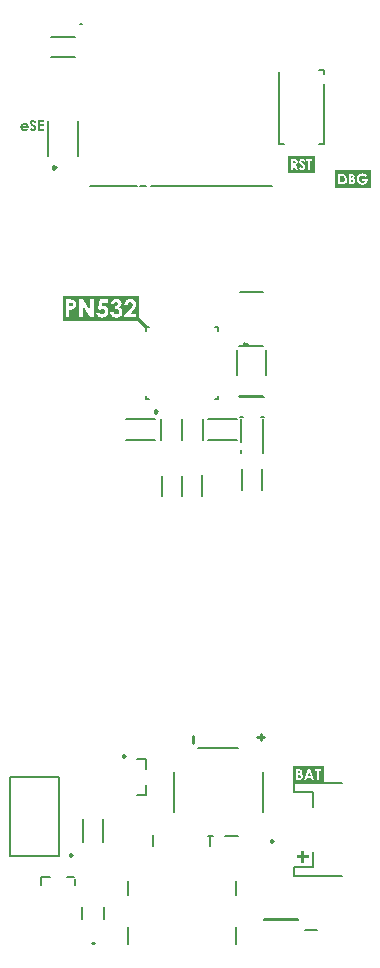
<source format=gto>
G04*
G04 #@! TF.GenerationSoftware,Altium Limited,Altium Designer,24.3.1 (35)*
G04*
G04 Layer_Color=65535*
%FSLAX26Y26*%
%MOIN*%
G70*
G04*
G04 #@! TF.SameCoordinates,DB0C34DD-40E0-41A4-B204-7B3182439FE1*
G04*
G04*
G04 #@! TF.FilePolarity,Positive*
G04*
G01*
G75*
%ADD10C,0.009842*%
%ADD11C,0.007874*%
%ADD12C,0.010000*%
%ADD13C,0.005000*%
G36*
X4158383Y1889000D02*
X4057000D01*
Y1944494D01*
X4158383D01*
Y1889000D01*
D02*
G37*
G36*
X3189412Y4098260D02*
X3189633Y4098242D01*
X3189909Y4098205D01*
X3190222Y4098168D01*
X3190571Y4098131D01*
X3190958Y4098058D01*
X3191344Y4097984D01*
X3191767Y4097874D01*
X3192190Y4097763D01*
X3192632Y4097616D01*
X3193092Y4097450D01*
X3193552Y4097266D01*
X3193994Y4097046D01*
X3194030Y4097027D01*
X3194104Y4096990D01*
X3194233Y4096917D01*
X3194417Y4096806D01*
X3194638Y4096659D01*
X3194895Y4096475D01*
X3195208Y4096273D01*
X3195558Y4096015D01*
X3195926Y4095739D01*
X3196330Y4095408D01*
X3196754Y4095040D01*
X3197214Y4094635D01*
X3197674Y4094175D01*
X3198170Y4093678D01*
X3198686Y4093145D01*
X3199201Y4092556D01*
X3194214Y4088140D01*
Y4088158D01*
X3194178Y4088177D01*
X3194141Y4088232D01*
X3194104Y4088306D01*
X3193957Y4088471D01*
X3193754Y4088710D01*
X3193515Y4088986D01*
X3193239Y4089299D01*
X3192908Y4089630D01*
X3192558Y4089980D01*
X3192172Y4090311D01*
X3191749Y4090642D01*
X3191307Y4090955D01*
X3190847Y4091231D01*
X3190369Y4091470D01*
X3189872Y4091636D01*
X3189614Y4091710D01*
X3189375Y4091765D01*
X3189118Y4091783D01*
X3188860Y4091802D01*
X3188731D01*
X3188639Y4091783D01*
X3188529D01*
X3188400Y4091765D01*
X3188087Y4091710D01*
X3187738Y4091636D01*
X3187370Y4091507D01*
X3187002Y4091323D01*
X3186670Y4091084D01*
X3186634Y4091047D01*
X3186542Y4090955D01*
X3186413Y4090808D01*
X3186266Y4090624D01*
X3186100Y4090385D01*
X3185971Y4090109D01*
X3185879Y4089814D01*
X3185861Y4089649D01*
X3185842Y4089483D01*
Y4089465D01*
Y4089446D01*
X3185861Y4089336D01*
X3185879Y4089170D01*
X3185916Y4088950D01*
X3185990Y4088692D01*
X3186100Y4088398D01*
X3186229Y4088103D01*
X3186431Y4087809D01*
X3186450Y4087790D01*
X3186468Y4087754D01*
X3186542Y4087680D01*
X3186634Y4087588D01*
X3186744Y4087459D01*
X3186910Y4087294D01*
X3187112Y4087091D01*
X3187370Y4086834D01*
X3187664Y4086558D01*
X3187995Y4086226D01*
X3188400Y4085858D01*
X3188878Y4085435D01*
X3189394Y4084957D01*
X3189982Y4084442D01*
X3190314Y4084166D01*
X3190645Y4083871D01*
X3191013Y4083558D01*
X3191381Y4083246D01*
X3191399D01*
X3191418Y4083209D01*
X3191473Y4083172D01*
X3191546Y4083098D01*
X3191749Y4082933D01*
X3192006Y4082730D01*
X3192301Y4082473D01*
X3192650Y4082178D01*
X3193018Y4081866D01*
X3193423Y4081516D01*
X3194233Y4080817D01*
X3194619Y4080486D01*
X3194987Y4080154D01*
X3195337Y4079860D01*
X3195631Y4079584D01*
X3195889Y4079345D01*
X3196073Y4079161D01*
X3196091Y4079142D01*
X3196165Y4079069D01*
X3196275Y4078958D01*
X3196404Y4078811D01*
X3196570Y4078627D01*
X3196772Y4078406D01*
X3196974Y4078149D01*
X3197195Y4077891D01*
X3197434Y4077597D01*
X3197674Y4077284D01*
X3198170Y4076603D01*
X3198612Y4075904D01*
X3198814Y4075536D01*
X3198980Y4075186D01*
X3198998Y4075168D01*
X3199017Y4075094D01*
X3199054Y4075002D01*
X3199109Y4074855D01*
X3199182Y4074671D01*
X3199256Y4074469D01*
X3199330Y4074230D01*
X3199422Y4073954D01*
X3199495Y4073659D01*
X3199569Y4073346D01*
X3199642Y4072997D01*
X3199716Y4072647D01*
X3199808Y4071874D01*
X3199845Y4071470D01*
Y4071046D01*
Y4071028D01*
Y4070991D01*
Y4070936D01*
Y4070862D01*
X3199826Y4070752D01*
Y4070623D01*
X3199808Y4070476D01*
X3199790Y4070329D01*
X3199753Y4069942D01*
X3199679Y4069519D01*
X3199587Y4069041D01*
X3199477Y4068507D01*
X3199311Y4067955D01*
X3199109Y4067366D01*
X3198870Y4066778D01*
X3198575Y4066170D01*
X3198226Y4065563D01*
X3197821Y4064956D01*
X3197361Y4064386D01*
X3196827Y4063834D01*
X3196790Y4063797D01*
X3196680Y4063705D01*
X3196514Y4063576D01*
X3196275Y4063392D01*
X3195981Y4063171D01*
X3195613Y4062932D01*
X3195190Y4062674D01*
X3194711Y4062417D01*
X3194178Y4062159D01*
X3193570Y4061902D01*
X3192926Y4061662D01*
X3192227Y4061442D01*
X3191491Y4061258D01*
X3190682Y4061129D01*
X3189835Y4061037D01*
X3188952Y4061000D01*
X3188694D01*
X3188584Y4061018D01*
X3188308Y4061037D01*
X3187995Y4061055D01*
X3187609Y4061092D01*
X3187167Y4061147D01*
X3186707Y4061239D01*
X3186210Y4061331D01*
X3185677Y4061442D01*
X3185125Y4061607D01*
X3184573Y4061773D01*
X3184002Y4061994D01*
X3183432Y4062233D01*
X3182880Y4062509D01*
X3182346Y4062840D01*
X3182310Y4062858D01*
X3182218Y4062932D01*
X3182070Y4063042D01*
X3181868Y4063190D01*
X3181629Y4063392D01*
X3181353Y4063631D01*
X3181040Y4063926D01*
X3180690Y4064275D01*
X3180322Y4064643D01*
X3179936Y4065085D01*
X3179531Y4065563D01*
X3179126Y4066078D01*
X3178722Y4066667D01*
X3178317Y4067274D01*
X3177912Y4067955D01*
X3177526Y4068673D01*
X3183211Y4072114D01*
Y4072095D01*
X3183248Y4072058D01*
X3183285Y4072003D01*
X3183322Y4071911D01*
X3183395Y4071801D01*
X3183469Y4071672D01*
X3183671Y4071378D01*
X3183910Y4071028D01*
X3184205Y4070623D01*
X3184536Y4070200D01*
X3184904Y4069758D01*
X3185327Y4069317D01*
X3185769Y4068894D01*
X3186266Y4068489D01*
X3186781Y4068139D01*
X3187314Y4067845D01*
X3187609Y4067716D01*
X3187885Y4067606D01*
X3188179Y4067514D01*
X3188492Y4067458D01*
X3188786Y4067422D01*
X3189099Y4067403D01*
X3189265D01*
X3189394Y4067422D01*
X3189541Y4067440D01*
X3189706Y4067458D01*
X3189909Y4067495D01*
X3190111Y4067532D01*
X3190571Y4067642D01*
X3191050Y4067826D01*
X3191307Y4067955D01*
X3191546Y4068084D01*
X3191786Y4068231D01*
X3192006Y4068415D01*
X3192025Y4068434D01*
X3192062Y4068470D01*
X3192117Y4068526D01*
X3192190Y4068599D01*
X3192282Y4068691D01*
X3192393Y4068802D01*
X3192614Y4069096D01*
X3192816Y4069427D01*
X3193018Y4069832D01*
X3193092Y4070053D01*
X3193147Y4070274D01*
X3193184Y4070513D01*
X3193202Y4070752D01*
Y4070770D01*
Y4070807D01*
Y4070881D01*
X3193184Y4070954D01*
Y4071065D01*
X3193147Y4071194D01*
X3193092Y4071506D01*
X3192982Y4071874D01*
X3192816Y4072279D01*
X3192724Y4072500D01*
X3192595Y4072721D01*
X3192466Y4072942D01*
X3192301Y4073162D01*
X3192282Y4073181D01*
X3192264Y4073218D01*
X3192209Y4073291D01*
X3192117Y4073383D01*
X3192006Y4073512D01*
X3191859Y4073678D01*
X3191694Y4073862D01*
X3191473Y4074082D01*
X3191234Y4074322D01*
X3190958Y4074598D01*
X3190626Y4074910D01*
X3190277Y4075242D01*
X3189854Y4075591D01*
X3189412Y4075996D01*
X3188915Y4076419D01*
X3188363Y4076861D01*
X3188345Y4076879D01*
X3188290Y4076916D01*
X3188216Y4076971D01*
X3188106Y4077063D01*
X3187977Y4077174D01*
X3187811Y4077321D01*
X3187646Y4077468D01*
X3187443Y4077634D01*
X3187204Y4077836D01*
X3186965Y4078038D01*
X3186450Y4078498D01*
X3185879Y4078995D01*
X3185272Y4079547D01*
X3184628Y4080118D01*
X3184002Y4080725D01*
X3183377Y4081332D01*
X3182770Y4081939D01*
X3182218Y4082528D01*
X3181702Y4083117D01*
X3181463Y4083393D01*
X3181261Y4083669D01*
X3181058Y4083926D01*
X3180893Y4084166D01*
X3180874Y4084202D01*
X3180819Y4084276D01*
X3180746Y4084423D01*
X3180635Y4084607D01*
X3180506Y4084846D01*
X3180359Y4085122D01*
X3180212Y4085435D01*
X3180046Y4085766D01*
X3179881Y4086153D01*
X3179734Y4086558D01*
X3179586Y4086981D01*
X3179458Y4087422D01*
X3179366Y4087882D01*
X3179274Y4088342D01*
X3179218Y4088821D01*
X3179200Y4089299D01*
Y4089318D01*
Y4089336D01*
Y4089391D01*
Y4089465D01*
X3179218Y4089667D01*
X3179237Y4089925D01*
X3179292Y4090238D01*
X3179347Y4090606D01*
X3179439Y4091029D01*
X3179550Y4091470D01*
X3179697Y4091967D01*
X3179881Y4092464D01*
X3180120Y4092998D01*
X3180396Y4093531D01*
X3180709Y4094065D01*
X3181095Y4094598D01*
X3181518Y4095132D01*
X3182015Y4095629D01*
X3182052Y4095666D01*
X3182144Y4095739D01*
X3182310Y4095868D01*
X3182512Y4096052D01*
X3182788Y4096236D01*
X3183119Y4096475D01*
X3183506Y4096714D01*
X3183947Y4096954D01*
X3184426Y4097193D01*
X3184941Y4097432D01*
X3185511Y4097671D01*
X3186137Y4097874D01*
X3186781Y4098039D01*
X3187480Y4098168D01*
X3188198Y4098242D01*
X3188952Y4098278D01*
X3189210D01*
X3189412Y4098260D01*
D02*
G37*
G36*
X3225715Y4090771D02*
X3213038D01*
Y4084350D01*
X3225715D01*
Y4077854D01*
X3213038D01*
Y4068507D01*
X3225715D01*
Y4061883D01*
X3206322D01*
Y4097377D01*
X3225715D01*
Y4090771D01*
D02*
G37*
G36*
X3161002Y4088802D02*
X3161186D01*
X3161389Y4088784D01*
X3161610Y4088766D01*
X3161867Y4088729D01*
X3162143Y4088692D01*
X3162438Y4088655D01*
X3162750Y4088618D01*
X3163431Y4088490D01*
X3164167Y4088324D01*
X3164958Y4088122D01*
X3165786Y4087846D01*
X3166614Y4087533D01*
X3167461Y4087146D01*
X3167884Y4086926D01*
X3168307Y4086686D01*
X3168730Y4086429D01*
X3169135Y4086153D01*
X3169540Y4085858D01*
X3169926Y4085546D01*
X3170313Y4085214D01*
X3170681Y4084846D01*
X3170699Y4084828D01*
X3170718Y4084810D01*
X3170773Y4084736D01*
X3170846Y4084662D01*
X3170938Y4084570D01*
X3171049Y4084442D01*
X3171159Y4084294D01*
X3171288Y4084129D01*
X3171435Y4083945D01*
X3171582Y4083724D01*
X3171748Y4083503D01*
X3171914Y4083246D01*
X3172079Y4082970D01*
X3172263Y4082694D01*
X3172447Y4082381D01*
X3172631Y4082050D01*
X3172797Y4081700D01*
X3172981Y4081332D01*
X3173165Y4080946D01*
X3173330Y4080541D01*
X3173662Y4079676D01*
X3173956Y4078738D01*
X3174214Y4077744D01*
X3174398Y4076677D01*
X3174471Y4076125D01*
X3174526Y4075554D01*
X3174545Y4074966D01*
X3174563Y4074358D01*
X3174545Y4073107D01*
X3153366D01*
Y4073070D01*
X3153385Y4072978D01*
X3153422Y4072831D01*
X3153477Y4072647D01*
X3153532Y4072408D01*
X3153624Y4072132D01*
X3153716Y4071819D01*
X3153845Y4071488D01*
X3153992Y4071138D01*
X3154158Y4070770D01*
X3154360Y4070402D01*
X3154599Y4070034D01*
X3154857Y4069666D01*
X3155133Y4069298D01*
X3155464Y4068967D01*
X3155814Y4068636D01*
X3155832Y4068618D01*
X3155906Y4068562D01*
X3156016Y4068489D01*
X3156182Y4068378D01*
X3156366Y4068250D01*
X3156605Y4068121D01*
X3156881Y4067974D01*
X3157194Y4067826D01*
X3157543Y4067661D01*
X3157930Y4067514D01*
X3158353Y4067385D01*
X3158794Y4067256D01*
X3159273Y4067146D01*
X3159788Y4067072D01*
X3160322Y4067017D01*
X3160892Y4066998D01*
X3161058D01*
X3161260Y4067017D01*
X3161518Y4067035D01*
X3161830Y4067072D01*
X3162198Y4067127D01*
X3162622Y4067219D01*
X3163082Y4067330D01*
X3163560Y4067458D01*
X3164075Y4067624D01*
X3164590Y4067845D01*
X3165124Y4068084D01*
X3165676Y4068378D01*
X3166210Y4068728D01*
X3166725Y4069114D01*
X3167240Y4069574D01*
X3172797Y4066962D01*
X3172778Y4066925D01*
X3172705Y4066833D01*
X3172594Y4066686D01*
X3172429Y4066483D01*
X3172226Y4066244D01*
X3171987Y4065950D01*
X3171711Y4065655D01*
X3171398Y4065324D01*
X3171049Y4064974D01*
X3170662Y4064606D01*
X3170258Y4064238D01*
X3169816Y4063889D01*
X3169356Y4063539D01*
X3168859Y4063208D01*
X3168344Y4062895D01*
X3167810Y4062619D01*
X3167774Y4062601D01*
X3167682Y4062564D01*
X3167516Y4062490D01*
X3167295Y4062398D01*
X3167019Y4062288D01*
X3166688Y4062178D01*
X3166302Y4062049D01*
X3165878Y4061920D01*
X3165382Y4061791D01*
X3164866Y4061662D01*
X3164296Y4061552D01*
X3163689Y4061442D01*
X3163063Y4061350D01*
X3162382Y4061276D01*
X3161683Y4061239D01*
X3160947Y4061221D01*
X3160671D01*
X3160524Y4061239D01*
X3160358D01*
X3160156Y4061258D01*
X3159917Y4061276D01*
X3159678Y4061313D01*
X3159402Y4061331D01*
X3159107Y4061386D01*
X3158794Y4061423D01*
X3158114Y4061552D01*
X3157378Y4061699D01*
X3156586Y4061920D01*
X3155777Y4062178D01*
X3154930Y4062490D01*
X3154102Y4062858D01*
X3153679Y4063079D01*
X3153256Y4063300D01*
X3152833Y4063558D01*
X3152428Y4063815D01*
X3152023Y4064110D01*
X3151637Y4064422D01*
X3151250Y4064754D01*
X3150882Y4065103D01*
X3150864Y4065122D01*
X3150846Y4065140D01*
X3150790Y4065214D01*
X3150717Y4065287D01*
X3150625Y4065379D01*
X3150533Y4065508D01*
X3150404Y4065637D01*
X3150275Y4065802D01*
X3150128Y4065986D01*
X3149981Y4066189D01*
X3149815Y4066410D01*
X3149650Y4066649D01*
X3149484Y4066906D01*
X3149300Y4067182D01*
X3148950Y4067790D01*
X3148582Y4068452D01*
X3148233Y4069206D01*
X3147902Y4069998D01*
X3147607Y4070862D01*
X3147368Y4071782D01*
X3147166Y4072758D01*
X3147092Y4073254D01*
X3147037Y4073788D01*
X3147018Y4074322D01*
X3147000Y4074855D01*
Y4074874D01*
Y4074929D01*
Y4075002D01*
Y4075131D01*
X3147018Y4075260D01*
Y4075444D01*
X3147037Y4075628D01*
X3147055Y4075867D01*
X3147092Y4076106D01*
X3147110Y4076364D01*
X3147166Y4076658D01*
X3147202Y4076971D01*
X3147331Y4077634D01*
X3147478Y4078370D01*
X3147681Y4079124D01*
X3147938Y4079934D01*
X3148251Y4080762D01*
X3148638Y4081608D01*
X3148840Y4082031D01*
X3149079Y4082454D01*
X3149318Y4082859D01*
X3149594Y4083282D01*
X3149870Y4083687D01*
X3150183Y4084074D01*
X3150514Y4084460D01*
X3150864Y4084846D01*
X3150882Y4084865D01*
X3150901Y4084883D01*
X3150974Y4084938D01*
X3151048Y4085012D01*
X3151140Y4085104D01*
X3151269Y4085214D01*
X3151398Y4085343D01*
X3151563Y4085472D01*
X3151747Y4085619D01*
X3151950Y4085766D01*
X3152170Y4085932D01*
X3152410Y4086098D01*
X3152649Y4086282D01*
X3152925Y4086466D01*
X3153532Y4086834D01*
X3154213Y4087202D01*
X3154949Y4087570D01*
X3155740Y4087901D01*
X3156605Y4088195D01*
X3157525Y4088453D01*
X3158482Y4088655D01*
X3158997Y4088729D01*
X3159512Y4088784D01*
X3160046Y4088802D01*
X3160579Y4088821D01*
X3160855D01*
X3161002Y4088802D01*
D02*
G37*
G36*
X4315294Y3930278D02*
Y3873000D01*
X4196706D01*
Y3930278D01*
X4315294D01*
D02*
G37*
G36*
X4130049Y3979278D02*
Y3922000D01*
X4040000D01*
Y3979278D01*
X4130049D01*
D02*
G37*
G36*
X4093040Y1647040D02*
X4108055D01*
Y1637015D01*
X4093040D01*
Y1622000D01*
X4083015D01*
Y1637015D01*
X4068000D01*
Y1647040D01*
X4083015D01*
Y1662102D01*
X4093040D01*
Y1647040D01*
D02*
G37*
G36*
X3543019Y3430000D02*
X3288000D01*
Y3512047D01*
X3543019D01*
Y3430000D01*
D02*
G37*
%LPC*%
G36*
X4148383Y1934494D02*
X4128769D01*
Y1927833D01*
X4135062D01*
Y1899000D01*
X4128769D01*
D01*
X4148383D01*
Y1934494D01*
D02*
G37*
G36*
X4113350D02*
X4106505D01*
X4092815Y1899000D01*
D01*
X4127021D01*
X4113350Y1934494D01*
D02*
G37*
G36*
X4073366D02*
X4067000D01*
Y1899000D01*
X4089209D01*
Y1909341D01*
X4089190Y1909911D01*
X4089154Y1910463D01*
X4089062Y1910997D01*
X4088970Y1911512D01*
X4088859Y1911990D01*
X4088730Y1912432D01*
X4088602Y1912837D01*
X4088454Y1913223D01*
X4088307Y1913554D01*
X4088178Y1913867D01*
X4088050Y1914125D01*
X4087939Y1914346D01*
X4087847Y1914511D01*
X4087774Y1914640D01*
X4087718Y1914732D01*
X4087700Y1914750D01*
X4087406Y1915174D01*
X4087074Y1915560D01*
X4086706Y1915946D01*
X4086338Y1916314D01*
X4085952Y1916646D01*
X4085547Y1916958D01*
X4085161Y1917234D01*
X4084774Y1917510D01*
X4084406Y1917731D01*
X4084075Y1917952D01*
X4083762Y1918118D01*
X4083505Y1918265D01*
X4083284Y1918394D01*
X4083118Y1918467D01*
X4083008Y1918522D01*
X4082990Y1918541D01*
X4082971D01*
X4083321Y1918817D01*
X4083652Y1919093D01*
X4083946Y1919369D01*
X4084222Y1919645D01*
X4084480Y1919902D01*
X4084701Y1920160D01*
X4084903Y1920418D01*
X4085087Y1920638D01*
X4085253Y1920859D01*
X4085400Y1921043D01*
X4085510Y1921227D01*
X4085602Y1921374D01*
X4085676Y1921485D01*
X4085731Y1921577D01*
X4085750Y1921632D01*
X4085768Y1921650D01*
X4085915Y1921963D01*
X4086062Y1922276D01*
X4086265Y1922920D01*
X4086430Y1923546D01*
X4086486Y1923840D01*
X4086522Y1924116D01*
X4086559Y1924374D01*
X4086596Y1924594D01*
X4086614Y1924815D01*
Y1924981D01*
X4086633Y1925128D01*
Y1925238D01*
Y1925312D01*
Y1925330D01*
X4086614Y1925901D01*
X4086559Y1926453D01*
X4086467Y1926986D01*
X4086338Y1927483D01*
X4086191Y1927962D01*
X4086026Y1928403D01*
X4085860Y1928808D01*
X4085694Y1929194D01*
X4085510Y1929526D01*
X4085345Y1929838D01*
X4085179Y1930096D01*
X4085032Y1930317D01*
X4084922Y1930482D01*
X4084811Y1930611D01*
X4084756Y1930703D01*
X4084738Y1930722D01*
X4084370Y1931145D01*
X4083983Y1931513D01*
X4083578Y1931862D01*
X4083155Y1932175D01*
X4082732Y1932470D01*
X4082309Y1932727D01*
X4081904Y1932948D01*
X4081499Y1933150D01*
X4081131Y1933334D01*
X4080782Y1933482D01*
X4080469Y1933610D01*
X4080211Y1933702D01*
X4079990Y1933776D01*
X4079825Y1933831D01*
X4079714Y1933850D01*
X4079696Y1933868D01*
X4079678D01*
X4079236Y1933978D01*
X4078721Y1934070D01*
X4078187Y1934162D01*
X4077617Y1934236D01*
X4076439Y1934346D01*
X4075850Y1934383D01*
X4075280Y1934420D01*
X4074746Y1934438D01*
X4074231Y1934457D01*
X4073771Y1934475D01*
X4073366Y1934494D01*
D02*
G37*
%LPD*%
G36*
X4148383Y1899000D02*
X4141925D01*
Y1927833D01*
X4148383D01*
Y1899000D01*
D02*
G37*
G36*
X4114674Y1912892D02*
X4105235D01*
X4109982Y1925091D01*
X4114674Y1912892D01*
D02*
G37*
G36*
X4119992Y1899000D02*
X4099844D01*
X4102733Y1906305D01*
X4117214D01*
X4119992Y1899000D01*
D02*
G37*
G36*
X4075924Y1928035D02*
X4076310Y1928017D01*
X4076678Y1927962D01*
X4077010Y1927906D01*
X4077322Y1927833D01*
X4077617Y1927741D01*
X4077856Y1927649D01*
X4078095Y1927575D01*
X4078298Y1927483D01*
X4078463Y1927391D01*
X4078610Y1927299D01*
X4078739Y1927226D01*
X4078831Y1927170D01*
X4078886Y1927115D01*
X4078923Y1927097D01*
X4078942Y1927078D01*
X4079144Y1926894D01*
X4079310Y1926692D01*
X4079475Y1926471D01*
X4079604Y1926250D01*
X4079714Y1926030D01*
X4079806Y1925809D01*
X4079935Y1925386D01*
X4080027Y1925018D01*
X4080046Y1924852D01*
X4080064Y1924705D01*
X4080082Y1924594D01*
Y1924502D01*
Y1924447D01*
Y1924429D01*
X4080064Y1924098D01*
X4080027Y1923803D01*
X4079972Y1923509D01*
X4079898Y1923233D01*
X4079806Y1922975D01*
X4079696Y1922754D01*
X4079604Y1922534D01*
X4079494Y1922350D01*
X4079365Y1922166D01*
X4079273Y1922018D01*
X4079162Y1921890D01*
X4079070Y1921779D01*
X4078997Y1921706D01*
X4078942Y1921650D01*
X4078905Y1921614D01*
X4078886Y1921595D01*
X4078647Y1921411D01*
X4078390Y1921264D01*
X4078114Y1921117D01*
X4077819Y1921006D01*
X4077212Y1920822D01*
X4076605Y1920694D01*
X4076329Y1920657D01*
X4076071Y1920620D01*
X4075832Y1920602D01*
X4075630Y1920583D01*
X4075464Y1920565D01*
X4073753D01*
Y1928054D01*
X4075501D01*
X4075924Y1928035D01*
D02*
G37*
G36*
X4075869Y1914511D02*
X4076550Y1914474D01*
X4077157Y1914401D01*
X4077727Y1914327D01*
X4078242Y1914217D01*
X4078702Y1914106D01*
X4079126Y1913996D01*
X4079494Y1913867D01*
X4079825Y1913738D01*
X4080101Y1913628D01*
X4080340Y1913518D01*
X4080524Y1913407D01*
X4080671Y1913334D01*
X4080782Y1913260D01*
X4080837Y1913223D01*
X4080855Y1913205D01*
X4081150Y1912947D01*
X4081426Y1912671D01*
X4081646Y1912377D01*
X4081849Y1912082D01*
X4082014Y1911770D01*
X4082143Y1911475D01*
X4082254Y1911181D01*
X4082346Y1910905D01*
X4082419Y1910629D01*
X4082474Y1910371D01*
X4082511Y1910150D01*
X4082548Y1909966D01*
Y1909801D01*
X4082566Y1909690D01*
Y1909598D01*
Y1909580D01*
X4082548Y1909212D01*
X4082511Y1908862D01*
X4082438Y1908550D01*
X4082346Y1908237D01*
X4082217Y1907961D01*
X4082106Y1907722D01*
X4081959Y1907482D01*
X4081830Y1907280D01*
X4081702Y1907096D01*
X4081554Y1906930D01*
X4081444Y1906802D01*
X4081334Y1906691D01*
X4081223Y1906599D01*
X4081150Y1906544D01*
X4081113Y1906507D01*
X4081094Y1906489D01*
X4080800Y1906305D01*
X4080432Y1906139D01*
X4080027Y1906010D01*
X4079604Y1905882D01*
X4079144Y1905790D01*
X4078666Y1905698D01*
X4077727Y1905569D01*
X4077267Y1905532D01*
X4076844Y1905495D01*
X4076458Y1905477D01*
X4076126Y1905458D01*
X4075850Y1905440D01*
X4073753D01*
Y1914530D01*
X4075151D01*
X4075869Y1914511D01*
D02*
G37*
G36*
X4089209Y1899000D02*
X4076936D01*
X4077727Y1899018D01*
X4078463Y1899055D01*
X4079162Y1899110D01*
X4079806Y1899184D01*
X4080414Y1899276D01*
X4080966Y1899386D01*
X4081462Y1899497D01*
X4081922Y1899607D01*
X4082327Y1899718D01*
X4082677Y1899828D01*
X4082971Y1899938D01*
X4083229Y1900030D01*
X4083413Y1900104D01*
X4083560Y1900159D01*
X4083634Y1900196D01*
X4083670Y1900214D01*
X4084112Y1900454D01*
X4084554Y1900730D01*
X4084940Y1901006D01*
X4085326Y1901300D01*
X4085676Y1901613D01*
X4086007Y1901907D01*
X4086320Y1902220D01*
X4086578Y1902514D01*
X4086835Y1902790D01*
X4087038Y1903048D01*
X4087222Y1903287D01*
X4087387Y1903490D01*
X4087498Y1903655D01*
X4087590Y1903784D01*
X4087645Y1903876D01*
X4087663Y1903894D01*
X4087939Y1904354D01*
X4088178Y1904833D01*
X4088381Y1905311D01*
X4088565Y1905790D01*
X4088712Y1906250D01*
X4088841Y1906710D01*
X4088933Y1907133D01*
X4089025Y1907538D01*
X4089080Y1907924D01*
X4089135Y1908274D01*
X4089154Y1908568D01*
X4089190Y1908844D01*
Y1909046D01*
X4089209Y1909212D01*
Y1899000D01*
D02*
G37*
%LPC*%
G36*
X3160892Y4083246D02*
X3160763D01*
X3160634Y4083227D01*
X3160432D01*
X3160193Y4083190D01*
X3159917Y4083172D01*
X3159604Y4083117D01*
X3159254Y4083062D01*
X3158905Y4082970D01*
X3158518Y4082878D01*
X3158114Y4082749D01*
X3157709Y4082602D01*
X3157286Y4082418D01*
X3156881Y4082215D01*
X3156476Y4081976D01*
X3156071Y4081700D01*
X3156053Y4081682D01*
X3156016Y4081645D01*
X3155942Y4081590D01*
X3155850Y4081516D01*
X3155740Y4081406D01*
X3155593Y4081258D01*
X3155446Y4081093D01*
X3155280Y4080909D01*
X3155096Y4080688D01*
X3154912Y4080449D01*
X3154710Y4080154D01*
X3154507Y4079860D01*
X3154286Y4079510D01*
X3154084Y4079142D01*
X3153863Y4078738D01*
X3153661Y4078296D01*
X3167921D01*
Y4078314D01*
X3167884Y4078388D01*
X3167847Y4078517D01*
X3167792Y4078664D01*
X3167718Y4078848D01*
X3167608Y4079069D01*
X3167498Y4079308D01*
X3167350Y4079566D01*
X3167203Y4079842D01*
X3167001Y4080136D01*
X3166798Y4080430D01*
X3166559Y4080725D01*
X3166302Y4081019D01*
X3166007Y4081314D01*
X3165694Y4081590D01*
X3165345Y4081866D01*
X3165326Y4081884D01*
X3165253Y4081921D01*
X3165161Y4081994D01*
X3165014Y4082086D01*
X3164830Y4082178D01*
X3164609Y4082307D01*
X3164351Y4082436D01*
X3164075Y4082565D01*
X3163762Y4082694D01*
X3163413Y4082804D01*
X3163045Y4082933D01*
X3162658Y4083025D01*
X3162254Y4083117D01*
X3161812Y4083190D01*
X3161352Y4083227D01*
X3160892Y4083246D01*
D02*
G37*
G36*
X4287758Y3920278D02*
X4287446D01*
X4286618Y3920260D01*
X4285826Y3920205D01*
X4285035Y3920131D01*
X4284281Y3920021D01*
X4283545Y3919874D01*
X4282827Y3919708D01*
X4282128Y3919524D01*
X4281466Y3919303D01*
X4280803Y3919082D01*
X4280178Y3918843D01*
X4279570Y3918586D01*
X4279000Y3918310D01*
X4278448Y3918034D01*
X4277914Y3917758D01*
X4277399Y3917463D01*
X4276921Y3917187D01*
X4276479Y3916893D01*
X4276038Y3916598D01*
X4275651Y3916322D01*
X4275265Y3916046D01*
X4274934Y3915770D01*
X4274602Y3915513D01*
X4274326Y3915274D01*
X4274050Y3915053D01*
X4273830Y3914832D01*
X4273627Y3914648D01*
X4273462Y3914482D01*
X4273314Y3914354D01*
X4273204Y3914225D01*
X4273130Y3914151D01*
X4273075Y3914096D01*
X4273057Y3914078D01*
X4272634Y3913581D01*
X4272229Y3913084D01*
X4271861Y3912569D01*
X4271511Y3912054D01*
X4271198Y3911520D01*
X4270886Y3911005D01*
X4270610Y3910471D01*
X4270352Y3909956D01*
X4270113Y3909441D01*
X4269910Y3908907D01*
X4269708Y3908410D01*
X4269524Y3907895D01*
X4269211Y3906920D01*
X4268972Y3905982D01*
X4268862Y3905540D01*
X4268770Y3905117D01*
X4268696Y3904694D01*
X4268622Y3904307D01*
X4268567Y3903939D01*
X4268530Y3903608D01*
X4268494Y3903277D01*
X4268457Y3902982D01*
X4268438Y3902725D01*
X4268420Y3902486D01*
X4268402Y3902283D01*
Y3902118D01*
X4268383Y3901989D01*
Y3901805D01*
X4268420Y3900848D01*
X4268494Y3899928D01*
X4268622Y3899008D01*
X4268770Y3898143D01*
X4268972Y3897315D01*
X4269174Y3896524D01*
X4269414Y3895770D01*
X4269653Y3895089D01*
X4269874Y3894463D01*
X4270113Y3893893D01*
X4270223Y3893635D01*
X4270315Y3893414D01*
X4270426Y3893194D01*
X4270518Y3892991D01*
X4270591Y3892826D01*
X4270665Y3892660D01*
X4270738Y3892531D01*
X4270794Y3892421D01*
X4270849Y3892329D01*
X4270867Y3892274D01*
X4270904Y3892237D01*
Y3892218D01*
X4271401Y3891409D01*
X4271934Y3890654D01*
X4272486Y3889937D01*
X4273057Y3889274D01*
X4273627Y3888667D01*
X4274198Y3888115D01*
X4274750Y3887600D01*
X4275283Y3887140D01*
X4275798Y3886735D01*
X4276258Y3886386D01*
X4276682Y3886091D01*
X4277050Y3885834D01*
X4277215Y3885723D01*
X4277344Y3885650D01*
X4277473Y3885558D01*
X4277583Y3885502D01*
X4277657Y3885447D01*
X4277712Y3885429D01*
X4277749Y3885392D01*
X4277767D01*
X4278595Y3884969D01*
X4279442Y3884601D01*
X4280288Y3884288D01*
X4281134Y3884012D01*
X4281981Y3883773D01*
X4282790Y3883589D01*
X4283582Y3883423D01*
X4284336Y3883294D01*
X4285017Y3883202D01*
X4285661Y3883129D01*
X4285937Y3883092D01*
X4286213Y3883074D01*
X4286470Y3883055D01*
X4286691Y3883037D01*
X4286912Y3883018D01*
X4287243D01*
X4287390Y3883000D01*
X4268383D01*
D01*
X4305294D01*
D01*
X4287630D01*
X4288586Y3883018D01*
X4289506Y3883092D01*
X4290390Y3883202D01*
X4291218Y3883350D01*
X4292009Y3883515D01*
X4292745Y3883699D01*
X4293444Y3883883D01*
X4294070Y3884104D01*
X4294640Y3884306D01*
X4295137Y3884490D01*
X4295578Y3884674D01*
X4295781Y3884766D01*
X4295946Y3884840D01*
X4296112Y3884914D01*
X4296241Y3884987D01*
X4296351Y3885042D01*
X4296462Y3885098D01*
X4296535Y3885134D01*
X4296590Y3885171D01*
X4296609Y3885190D01*
X4296627D01*
X4297326Y3885631D01*
X4298007Y3886091D01*
X4298633Y3886588D01*
X4299222Y3887103D01*
X4299774Y3887637D01*
X4300289Y3888170D01*
X4300767Y3888686D01*
X4301190Y3889201D01*
X4301577Y3889679D01*
X4301926Y3890121D01*
X4302202Y3890526D01*
X4302442Y3890875D01*
X4302644Y3891151D01*
X4302718Y3891280D01*
X4302773Y3891372D01*
X4302828Y3891446D01*
X4302865Y3891501D01*
X4302883Y3891538D01*
Y3891556D01*
X4303306Y3892347D01*
X4303674Y3893138D01*
X4304006Y3893930D01*
X4304282Y3894702D01*
X4304502Y3895457D01*
X4304705Y3896193D01*
X4304870Y3896892D01*
X4304999Y3897536D01*
X4305091Y3898143D01*
X4305165Y3898695D01*
X4305220Y3899174D01*
X4305238Y3899394D01*
X4305257Y3899597D01*
X4305275Y3899781D01*
Y3899928D01*
X4305294Y3900075D01*
Y3900388D01*
X4305257Y3901878D01*
X4287390D01*
Y3895530D01*
X4297676D01*
X4297382Y3894960D01*
X4297087Y3894426D01*
X4296774Y3893948D01*
X4296443Y3893488D01*
X4296130Y3893083D01*
X4295799Y3892697D01*
X4295486Y3892366D01*
X4295192Y3892053D01*
X4294898Y3891795D01*
X4294640Y3891556D01*
X4294401Y3891372D01*
X4294198Y3891206D01*
X4294033Y3891096D01*
X4293904Y3891004D01*
X4293830Y3890949D01*
X4293794Y3890930D01*
X4293334Y3890673D01*
X4292855Y3890452D01*
X4292358Y3890250D01*
X4291862Y3890084D01*
X4291365Y3889937D01*
X4290868Y3889826D01*
X4290390Y3889716D01*
X4289948Y3889642D01*
X4289525Y3889587D01*
X4289120Y3889532D01*
X4288770Y3889495D01*
X4288476Y3889477D01*
X4288237D01*
X4288034Y3889458D01*
X4287887D01*
X4287390Y3889477D01*
X4286894Y3889495D01*
X4285955Y3889606D01*
X4285054Y3889790D01*
X4284207Y3890010D01*
X4283416Y3890286D01*
X4282662Y3890581D01*
X4281981Y3890912D01*
X4281355Y3891243D01*
X4280785Y3891574D01*
X4280288Y3891906D01*
X4279846Y3892200D01*
X4279662Y3892347D01*
X4279497Y3892476D01*
X4279350Y3892586D01*
X4279202Y3892697D01*
X4279092Y3892789D01*
X4279000Y3892881D01*
X4278926Y3892936D01*
X4278871Y3892991D01*
X4278853Y3893010D01*
X4278834Y3893028D01*
X4278503Y3893359D01*
X4278190Y3893709D01*
X4277896Y3894077D01*
X4277620Y3894426D01*
X4277381Y3894794D01*
X4277142Y3895162D01*
X4276718Y3895898D01*
X4276369Y3896634D01*
X4276074Y3897352D01*
X4275817Y3898051D01*
X4275633Y3898714D01*
X4275486Y3899339D01*
X4275375Y3899928D01*
X4275283Y3900425D01*
X4275246Y3900664D01*
X4275228Y3900866D01*
X4275210Y3901069D01*
X4275191Y3901234D01*
Y3901382D01*
X4275173Y3901510D01*
Y3901602D01*
Y3901676D01*
Y3901713D01*
Y3901731D01*
X4275191Y3902191D01*
X4275210Y3902651D01*
X4275320Y3903534D01*
X4275504Y3904362D01*
X4275725Y3905154D01*
X4276001Y3905908D01*
X4276295Y3906607D01*
X4276608Y3907251D01*
X4276939Y3907840D01*
X4277270Y3908355D01*
X4277583Y3908834D01*
X4277896Y3909238D01*
X4278154Y3909570D01*
X4278374Y3909846D01*
X4278466Y3909956D01*
X4278558Y3910030D01*
X4278614Y3910103D01*
X4278669Y3910158D01*
X4278687Y3910177D01*
X4278706Y3910195D01*
X4279037Y3910508D01*
X4279386Y3910802D01*
X4279736Y3911078D01*
X4280104Y3911336D01*
X4280822Y3911814D01*
X4281576Y3912201D01*
X4282312Y3912550D01*
X4283030Y3912826D01*
X4283747Y3913047D01*
X4284428Y3913231D01*
X4285054Y3913378D01*
X4285642Y3913489D01*
X4286158Y3913562D01*
X4286397Y3913599D01*
X4286618Y3913618D01*
X4286802Y3913636D01*
X4286967Y3913654D01*
X4287133D01*
X4287243Y3913673D01*
X4287482D01*
X4288034Y3913654D01*
X4288586Y3913618D01*
X4289138Y3913562D01*
X4289654Y3913470D01*
X4290187Y3913360D01*
X4290684Y3913231D01*
X4291659Y3912918D01*
X4292598Y3912569D01*
X4293462Y3912164D01*
X4294254Y3911722D01*
X4295008Y3911281D01*
X4295339Y3911060D01*
X4295670Y3910839D01*
X4295983Y3910618D01*
X4296259Y3910398D01*
X4296535Y3910195D01*
X4296774Y3909993D01*
X4297014Y3909809D01*
X4297216Y3909643D01*
X4297400Y3909478D01*
X4297547Y3909330D01*
X4297694Y3909202D01*
X4297805Y3909091D01*
X4297897Y3908999D01*
X4297952Y3908944D01*
X4297989Y3908907D01*
X4298007Y3908889D01*
X4302773Y3913599D01*
X4302166Y3914243D01*
X4301558Y3914814D01*
X4300951Y3915366D01*
X4300362Y3915862D01*
X4299792Y3916304D01*
X4299240Y3916709D01*
X4298706Y3917077D01*
X4298228Y3917408D01*
X4297768Y3917684D01*
X4297363Y3917923D01*
X4296995Y3918126D01*
X4296701Y3918291D01*
X4296443Y3918402D01*
X4296259Y3918494D01*
X4296204Y3918530D01*
X4296149Y3918549D01*
X4296130Y3918567D01*
X4296112D01*
X4295339Y3918862D01*
X4294585Y3919138D01*
X4293812Y3919358D01*
X4293058Y3919561D01*
X4292303Y3919726D01*
X4291586Y3919855D01*
X4290905Y3919966D01*
X4290261Y3920058D01*
X4289672Y3920131D01*
X4289120Y3920186D01*
X4288642Y3920223D01*
X4288421Y3920242D01*
X4288237Y3920260D01*
X4287906D01*
X4287758Y3920278D01*
D02*
G37*
G36*
X4215244Y3919377D02*
X4206706D01*
Y3883883D01*
X4234877D01*
Y3890323D01*
Y3883883D01*
X4215483D01*
X4216090Y3883902D01*
X4216679D01*
X4217250Y3883920D01*
X4217783Y3883938D01*
X4218298Y3883957D01*
X4218795Y3883994D01*
X4219274Y3884012D01*
X4219734Y3884049D01*
X4220157Y3884086D01*
X4220562Y3884122D01*
X4220948Y3884159D01*
X4221316Y3884196D01*
X4221666Y3884233D01*
X4221997Y3884270D01*
X4222291Y3884325D01*
X4222567Y3884362D01*
X4222843Y3884398D01*
X4223082Y3884435D01*
X4223303Y3884472D01*
X4223506Y3884509D01*
X4223690Y3884546D01*
X4223855Y3884582D01*
X4224002Y3884619D01*
X4224260Y3884674D01*
X4224426Y3884711D01*
X4224518Y3884748D01*
X4224554D01*
X4225070Y3884932D01*
X4225585Y3885134D01*
X4226063Y3885355D01*
X4226542Y3885594D01*
X4227002Y3885852D01*
X4227425Y3886110D01*
X4227830Y3886386D01*
X4228198Y3886643D01*
X4228529Y3886882D01*
X4228842Y3887122D01*
X4229099Y3887324D01*
X4229320Y3887508D01*
X4229504Y3887655D01*
X4229633Y3887784D01*
X4229725Y3887858D01*
X4229743Y3887876D01*
X4230185Y3888318D01*
X4230590Y3888778D01*
X4230994Y3889256D01*
X4231344Y3889734D01*
X4231694Y3890213D01*
X4231988Y3890691D01*
X4232282Y3891151D01*
X4232540Y3891593D01*
X4232761Y3892016D01*
X4232963Y3892384D01*
X4233129Y3892734D01*
X4233258Y3893028D01*
X4233368Y3893267D01*
X4233460Y3893451D01*
X4233478Y3893506D01*
X4233497Y3893562D01*
X4233515Y3893580D01*
Y3893598D01*
X4233754Y3894242D01*
X4233957Y3894905D01*
X4234141Y3895567D01*
X4234306Y3896230D01*
X4234435Y3896874D01*
X4234546Y3897499D01*
X4234638Y3898088D01*
X4234711Y3898658D01*
X4234766Y3899192D01*
X4234803Y3899670D01*
X4234840Y3900094D01*
X4234858Y3900443D01*
Y3900609D01*
X4234877Y3900738D01*
Y3890323D01*
Y3900738D01*
Y3901142D01*
X4234858Y3902210D01*
X4234766Y3903222D01*
X4234656Y3904215D01*
X4234490Y3905154D01*
X4234306Y3906037D01*
X4234104Y3906865D01*
X4233883Y3907638D01*
X4233662Y3908337D01*
X4233423Y3908981D01*
X4233313Y3909275D01*
X4233202Y3909551D01*
X4233092Y3909809D01*
X4233000Y3910048D01*
X4232908Y3910269D01*
X4232816Y3910453D01*
X4232724Y3910637D01*
X4232650Y3910784D01*
X4232595Y3910913D01*
X4232540Y3911023D01*
X4232485Y3911115D01*
X4232466Y3911170D01*
X4232430Y3911207D01*
Y3911226D01*
X4231951Y3912017D01*
X4231473Y3912734D01*
X4230958Y3913415D01*
X4230442Y3914022D01*
X4229909Y3914593D01*
X4229394Y3915108D01*
X4228897Y3915568D01*
X4228418Y3915973D01*
X4227958Y3916322D01*
X4227554Y3916635D01*
X4227186Y3916893D01*
X4226854Y3917095D01*
X4226597Y3917261D01*
X4226394Y3917371D01*
X4226321Y3917408D01*
X4226266Y3917445D01*
X4226247Y3917463D01*
X4226229D01*
X4225861Y3917629D01*
X4225474Y3917794D01*
X4225070Y3917960D01*
X4224665Y3918089D01*
X4223782Y3918346D01*
X4222843Y3918567D01*
X4221905Y3918751D01*
X4220948Y3918917D01*
X4219991Y3919046D01*
X4219071Y3919138D01*
X4218188Y3919211D01*
X4217783Y3919248D01*
X4217378Y3919285D01*
X4216992Y3919303D01*
X4216642Y3919322D01*
X4216311Y3919340D01*
X4215998D01*
X4215722Y3919358D01*
X4215465D01*
X4215244Y3919377D01*
D02*
G37*
G36*
X4247665D02*
X4241298D01*
Y3883883D01*
X4251234D01*
X4252026Y3883902D01*
X4252762Y3883938D01*
X4253461Y3883994D01*
X4254105Y3884067D01*
X4254712Y3884159D01*
X4255264Y3884270D01*
X4255761Y3884380D01*
X4256221Y3884490D01*
X4256626Y3884601D01*
X4256975Y3884711D01*
X4257270Y3884822D01*
X4257527Y3884914D01*
X4257711Y3884987D01*
X4257858Y3885042D01*
X4257932Y3885079D01*
X4257969Y3885098D01*
X4258410Y3885337D01*
X4258852Y3885613D01*
X4259238Y3885889D01*
X4259625Y3886183D01*
X4259974Y3886496D01*
X4260306Y3886790D01*
X4260618Y3887103D01*
X4260876Y3887398D01*
X4261134Y3887674D01*
X4261336Y3887931D01*
X4261520Y3888170D01*
X4261686Y3888373D01*
X4261796Y3888538D01*
X4261888Y3888667D01*
X4261943Y3888759D01*
X4261962Y3888778D01*
X4262238Y3889238D01*
X4262477Y3889716D01*
X4262679Y3890194D01*
X4262863Y3890673D01*
X4263010Y3891133D01*
X4263139Y3891593D01*
X4263231Y3892016D01*
X4263323Y3892421D01*
X4263378Y3892807D01*
X4263434Y3893157D01*
X4263452Y3893451D01*
X4263489Y3893727D01*
Y3893930D01*
X4263507Y3894095D01*
Y3888778D01*
Y3894095D01*
Y3894224D01*
X4263489Y3894794D01*
X4263452Y3895346D01*
X4263360Y3895880D01*
X4263268Y3896395D01*
X4263158Y3896874D01*
X4263029Y3897315D01*
X4262900Y3897720D01*
X4262753Y3898106D01*
X4262606Y3898438D01*
X4262477Y3898750D01*
X4262348Y3899008D01*
X4262238Y3899229D01*
X4262146Y3899394D01*
X4262072Y3899523D01*
X4262017Y3899615D01*
X4261998Y3899634D01*
X4261704Y3900057D01*
X4261373Y3900443D01*
X4261005Y3900830D01*
X4260637Y3901198D01*
X4260250Y3901529D01*
X4259846Y3901842D01*
X4259459Y3902118D01*
X4259073Y3902394D01*
X4258705Y3902614D01*
X4258374Y3902835D01*
X4258061Y3903001D01*
X4257803Y3903148D01*
X4257582Y3903277D01*
X4257417Y3903350D01*
X4257306Y3903406D01*
X4257288Y3903424D01*
X4257270D01*
X4257619Y3903700D01*
X4257950Y3903976D01*
X4258245Y3904252D01*
X4258521Y3904528D01*
X4258778Y3904786D01*
X4258999Y3905043D01*
X4259202Y3905301D01*
X4259386Y3905522D01*
X4259551Y3905742D01*
X4259698Y3905926D01*
X4259809Y3906110D01*
X4259901Y3906258D01*
X4259974Y3906368D01*
X4260030Y3906460D01*
X4260048Y3906515D01*
X4260066Y3906534D01*
X4260214Y3906846D01*
X4260361Y3907159D01*
X4260563Y3907803D01*
X4260729Y3908429D01*
X4260784Y3908723D01*
X4260821Y3908999D01*
X4260858Y3909257D01*
X4260894Y3909478D01*
X4260913Y3909698D01*
Y3909864D01*
X4260931Y3910011D01*
Y3910122D01*
Y3910195D01*
Y3910214D01*
X4260913Y3910784D01*
X4260858Y3911336D01*
X4260766Y3911870D01*
X4260637Y3912366D01*
X4260490Y3912845D01*
X4260324Y3913286D01*
X4260158Y3913691D01*
X4259993Y3914078D01*
X4259809Y3914409D01*
X4259643Y3914722D01*
X4259478Y3914979D01*
X4259330Y3915200D01*
X4259220Y3915366D01*
X4259110Y3915494D01*
X4259054Y3915586D01*
X4259036Y3915605D01*
X4258668Y3916028D01*
X4258282Y3916396D01*
X4257877Y3916746D01*
X4257454Y3917058D01*
X4257030Y3917353D01*
X4256607Y3917610D01*
X4256202Y3917831D01*
X4255798Y3918034D01*
X4255430Y3918218D01*
X4255080Y3918365D01*
X4254767Y3918494D01*
X4254510Y3918586D01*
X4254289Y3918659D01*
X4254123Y3918714D01*
X4254013Y3918733D01*
X4253994Y3918751D01*
X4253976D01*
X4253534Y3918862D01*
X4253019Y3918954D01*
X4252486Y3919046D01*
X4251915Y3919119D01*
X4250738Y3919230D01*
X4250149Y3919266D01*
X4249578Y3919303D01*
X4249045Y3919322D01*
X4248530Y3919340D01*
X4248070Y3919358D01*
X4247665Y3919377D01*
D02*
G37*
%LPD*%
G36*
X4216882Y3912826D02*
X4217415Y3912790D01*
X4217949Y3912753D01*
X4218446Y3912679D01*
X4218924Y3912606D01*
X4219384Y3912514D01*
X4219826Y3912422D01*
X4220249Y3912330D01*
X4220654Y3912219D01*
X4221040Y3912090D01*
X4221408Y3911980D01*
X4221739Y3911851D01*
X4222070Y3911722D01*
X4222383Y3911594D01*
X4222678Y3911465D01*
X4222954Y3911336D01*
X4223193Y3911207D01*
X4223653Y3910950D01*
X4224039Y3910710D01*
X4224334Y3910508D01*
X4224573Y3910324D01*
X4224757Y3910195D01*
X4224849Y3910103D01*
X4224886Y3910066D01*
X4225180Y3909772D01*
X4225438Y3909459D01*
X4225934Y3908797D01*
X4226358Y3908098D01*
X4226707Y3907380D01*
X4227020Y3906662D01*
X4227278Y3905926D01*
X4227480Y3905209D01*
X4227664Y3904528D01*
X4227793Y3903866D01*
X4227885Y3903258D01*
X4227958Y3902706D01*
X4227977Y3902467D01*
X4227995Y3902246D01*
X4228014Y3902026D01*
X4228032Y3901842D01*
Y3901694D01*
X4228050Y3901566D01*
Y3901455D01*
Y3901382D01*
Y3901326D01*
Y3901308D01*
X4228032Y3900627D01*
X4227995Y3899983D01*
X4227922Y3899376D01*
X4227848Y3898787D01*
X4227738Y3898235D01*
X4227627Y3897738D01*
X4227517Y3897260D01*
X4227388Y3896837D01*
X4227259Y3896450D01*
X4227149Y3896101D01*
X4227038Y3895806D01*
X4226928Y3895567D01*
X4226854Y3895365D01*
X4226781Y3895218D01*
X4226744Y3895144D01*
X4226726Y3895107D01*
X4226468Y3894647D01*
X4226192Y3894242D01*
X4225916Y3893856D01*
X4225640Y3893488D01*
X4225346Y3893175D01*
X4225070Y3892881D01*
X4224775Y3892623D01*
X4224518Y3892384D01*
X4224260Y3892182D01*
X4224039Y3892016D01*
X4223837Y3891869D01*
X4223653Y3891740D01*
X4223506Y3891648D01*
X4223395Y3891593D01*
X4223322Y3891556D01*
X4223303Y3891538D01*
X4222880Y3891354D01*
X4222420Y3891188D01*
X4221905Y3891059D01*
X4221371Y3890930D01*
X4220819Y3890838D01*
X4220267Y3890746D01*
X4219715Y3890673D01*
X4219163Y3890618D01*
X4218648Y3890581D01*
X4218170Y3890544D01*
X4217728Y3890526D01*
X4217342Y3890507D01*
X4217176D01*
X4217029Y3890489D01*
X4213441D01*
Y3912863D01*
X4216330D01*
X4216882Y3912826D01*
D02*
G37*
G36*
X4250222Y3912918D02*
X4250609Y3912900D01*
X4250977Y3912845D01*
X4251308Y3912790D01*
X4251621Y3912716D01*
X4251915Y3912624D01*
X4252154Y3912532D01*
X4252394Y3912458D01*
X4252596Y3912366D01*
X4252762Y3912274D01*
X4252909Y3912182D01*
X4253038Y3912109D01*
X4253130Y3912054D01*
X4253185Y3911998D01*
X4253222Y3911980D01*
X4253240Y3911962D01*
X4253442Y3911778D01*
X4253608Y3911575D01*
X4253774Y3911354D01*
X4253902Y3911134D01*
X4254013Y3910913D01*
X4254105Y3910692D01*
X4254234Y3910269D01*
X4254326Y3909901D01*
X4254344Y3909735D01*
X4254362Y3909588D01*
X4254381Y3909478D01*
Y3909386D01*
Y3909330D01*
Y3909312D01*
X4254362Y3908981D01*
X4254326Y3908686D01*
X4254270Y3908392D01*
X4254197Y3908116D01*
X4254105Y3907858D01*
X4253994Y3907638D01*
X4253902Y3907417D01*
X4253792Y3907233D01*
X4253663Y3907049D01*
X4253571Y3906902D01*
X4253461Y3906773D01*
X4253369Y3906662D01*
X4253295Y3906589D01*
X4253240Y3906534D01*
X4253203Y3906497D01*
X4253185Y3906478D01*
X4252946Y3906294D01*
X4252688Y3906147D01*
X4252412Y3906000D01*
X4252118Y3905890D01*
X4251510Y3905706D01*
X4250903Y3905577D01*
X4250627Y3905540D01*
X4250370Y3905503D01*
X4250130Y3905485D01*
X4249928Y3905466D01*
X4249762Y3905448D01*
X4248051D01*
Y3912937D01*
X4249799D01*
X4250222Y3912918D01*
D02*
G37*
G36*
X4250167Y3899394D02*
X4250848Y3899358D01*
X4251455Y3899284D01*
X4252026Y3899210D01*
X4252541Y3899100D01*
X4253001Y3898990D01*
X4253424Y3898879D01*
X4253792Y3898750D01*
X4254123Y3898622D01*
X4254399Y3898511D01*
X4254638Y3898401D01*
X4254822Y3898290D01*
X4254970Y3898217D01*
X4255080Y3898143D01*
X4255135Y3898106D01*
X4255154Y3898088D01*
X4255448Y3897830D01*
X4255724Y3897554D01*
X4255945Y3897260D01*
X4256147Y3896966D01*
X4256313Y3896653D01*
X4256442Y3896358D01*
X4256552Y3896064D01*
X4256644Y3895788D01*
X4256718Y3895512D01*
X4256773Y3895254D01*
X4256810Y3895034D01*
X4256846Y3894850D01*
Y3894684D01*
X4256865Y3894574D01*
Y3894482D01*
Y3894463D01*
X4256846Y3894095D01*
X4256810Y3893746D01*
X4256736Y3893433D01*
X4256644Y3893120D01*
X4256515Y3892844D01*
X4256405Y3892605D01*
X4256258Y3892366D01*
X4256129Y3892163D01*
X4256000Y3891979D01*
X4255853Y3891814D01*
X4255742Y3891685D01*
X4255632Y3891574D01*
X4255522Y3891482D01*
X4255448Y3891427D01*
X4255411Y3891390D01*
X4255393Y3891372D01*
X4255098Y3891188D01*
X4254730Y3891022D01*
X4254326Y3890894D01*
X4253902Y3890765D01*
X4253442Y3890673D01*
X4252964Y3890581D01*
X4252026Y3890452D01*
X4251566Y3890415D01*
X4251142Y3890378D01*
X4250756Y3890360D01*
X4250425Y3890342D01*
X4250149Y3890323D01*
X4248051D01*
Y3899413D01*
X4249450D01*
X4250167Y3899394D01*
D02*
G37*
%LPC*%
G36*
X4086837Y3969278D02*
X4086579D01*
X4085825Y3969242D01*
X4085107Y3969168D01*
X4084408Y3969039D01*
X4083764Y3968874D01*
X4083138Y3968671D01*
X4082568Y3968432D01*
X4082053Y3968193D01*
X4081574Y3967954D01*
X4081133Y3967714D01*
X4080746Y3967475D01*
X4080415Y3967236D01*
X4080139Y3967052D01*
X4079937Y3966868D01*
X4079771Y3966739D01*
X4079679Y3966666D01*
X4079642Y3966629D01*
X4079146Y3966132D01*
X4078722Y3965598D01*
X4078336Y3965065D01*
X4078023Y3964531D01*
X4077747Y3963998D01*
X4077508Y3963464D01*
X4077324Y3962967D01*
X4077177Y3962470D01*
X4077066Y3962029D01*
X4076974Y3961606D01*
X4076919Y3961238D01*
X4076864Y3960925D01*
X4076846Y3960667D01*
X4076827Y3960465D01*
Y3960391D01*
Y3960336D01*
Y3960318D01*
Y3960299D01*
X4076846Y3959821D01*
X4076901Y3959342D01*
X4076993Y3958882D01*
X4077085Y3958422D01*
X4077214Y3957981D01*
X4077361Y3957558D01*
X4077508Y3957153D01*
X4077674Y3956766D01*
X4077839Y3956435D01*
X4077986Y3956122D01*
X4078134Y3955846D01*
X4078262Y3955607D01*
X4078373Y3955423D01*
X4078446Y3955276D01*
X4078502Y3955202D01*
X4078520Y3955166D01*
X4078686Y3954926D01*
X4078888Y3954669D01*
X4079090Y3954393D01*
X4079330Y3954117D01*
X4079845Y3953528D01*
X4080397Y3952939D01*
X4081004Y3952332D01*
X4081630Y3951725D01*
X4082255Y3951118D01*
X4082899Y3950547D01*
X4083506Y3949995D01*
X4084077Y3949498D01*
X4084592Y3949038D01*
X4084831Y3948836D01*
X4085070Y3948634D01*
X4085273Y3948468D01*
X4085438Y3948321D01*
X4085604Y3948174D01*
X4085733Y3948063D01*
X4085843Y3947971D01*
X4085917Y3947916D01*
X4085972Y3947879D01*
X4085990Y3947861D01*
X4086542Y3947419D01*
X4087039Y3946996D01*
X4087481Y3946591D01*
X4087904Y3946242D01*
X4088254Y3945910D01*
X4088585Y3945598D01*
X4088861Y3945322D01*
X4089100Y3945082D01*
X4089321Y3944862D01*
X4089486Y3944678D01*
X4089634Y3944512D01*
X4089744Y3944383D01*
X4089836Y3944291D01*
X4089891Y3944218D01*
X4089910Y3944181D01*
X4089928Y3944162D01*
X4090094Y3943942D01*
X4090222Y3943721D01*
X4090351Y3943500D01*
X4090443Y3943279D01*
X4090609Y3942874D01*
X4090719Y3942506D01*
X4090774Y3942194D01*
X4090811Y3942065D01*
Y3941954D01*
X4090830Y3941881D01*
Y3941807D01*
Y3941770D01*
Y3941752D01*
X4090811Y3941513D01*
X4090774Y3941274D01*
X4090719Y3941053D01*
X4090646Y3940832D01*
X4090443Y3940427D01*
X4090241Y3940096D01*
X4090020Y3939802D01*
X4089910Y3939691D01*
X4089818Y3939599D01*
X4089744Y3939526D01*
X4089689Y3939470D01*
X4089652Y3939434D01*
X4089634Y3939415D01*
X4089413Y3939231D01*
X4089174Y3939084D01*
X4088934Y3938955D01*
X4088677Y3938826D01*
X4088198Y3938642D01*
X4087738Y3938532D01*
X4087536Y3938495D01*
X4087334Y3938458D01*
X4087168Y3938440D01*
X4087021Y3938422D01*
X4086892Y3938403D01*
X4086726D01*
X4086414Y3938422D01*
X4086119Y3938458D01*
X4085806Y3938514D01*
X4085512Y3938606D01*
X4085236Y3938716D01*
X4084942Y3938845D01*
X4084408Y3939139D01*
X4083893Y3939489D01*
X4083396Y3939894D01*
X4082954Y3940317D01*
X4082531Y3940758D01*
X4082163Y3941200D01*
X4081832Y3941623D01*
X4081538Y3942028D01*
X4081298Y3942378D01*
X4081096Y3942672D01*
X4081022Y3942801D01*
X4080949Y3942911D01*
X4080912Y3943003D01*
X4080875Y3943058D01*
X4080838Y3943095D01*
Y3943114D01*
X4075153Y3939673D01*
X4075539Y3938955D01*
X4075944Y3938274D01*
X4076349Y3937667D01*
X4076754Y3937078D01*
X4077158Y3936563D01*
X4077563Y3936085D01*
X4077950Y3935643D01*
X4078318Y3935275D01*
X4078667Y3934926D01*
X4078980Y3934631D01*
X4079256Y3934392D01*
X4079495Y3934190D01*
X4079698Y3934042D01*
X4079845Y3933932D01*
X4079937Y3933858D01*
X4079974Y3933840D01*
X4080507Y3933509D01*
X4081059Y3933233D01*
X4081630Y3932994D01*
X4082200Y3932773D01*
X4082752Y3932607D01*
X4083304Y3932442D01*
X4083838Y3932331D01*
X4084334Y3932239D01*
X4084794Y3932147D01*
X4085236Y3932092D01*
X4085622Y3932055D01*
X4085935Y3932037D01*
X4086211Y3932018D01*
X4086322Y3932000D01*
X4075153D01*
D01*
X4097472D01*
D01*
X4086579D01*
X4087462Y3932037D01*
X4088309Y3932129D01*
X4089118Y3932258D01*
X4089854Y3932442D01*
X4090554Y3932662D01*
X4091198Y3932902D01*
X4091805Y3933159D01*
X4092338Y3933417D01*
X4092817Y3933674D01*
X4093240Y3933932D01*
X4093608Y3934171D01*
X4093902Y3934392D01*
X4094142Y3934576D01*
X4094307Y3934705D01*
X4094418Y3934797D01*
X4094454Y3934834D01*
X4094988Y3935386D01*
X4095448Y3935956D01*
X4095853Y3936563D01*
X4096202Y3937170D01*
X4096497Y3937778D01*
X4096736Y3938366D01*
X4096938Y3938955D01*
X4097104Y3939507D01*
X4097214Y3940041D01*
X4097306Y3940519D01*
X4097380Y3940942D01*
X4097417Y3941329D01*
X4097435Y3941476D01*
X4097454Y3941623D01*
Y3941752D01*
X4097472Y3941862D01*
Y3943647D01*
Y3942470D01*
X4097435Y3942874D01*
X4097343Y3943647D01*
X4097270Y3943997D01*
X4097196Y3944346D01*
X4097122Y3944659D01*
X4097049Y3944954D01*
X4096957Y3945230D01*
X4096883Y3945469D01*
X4096810Y3945671D01*
X4096736Y3945855D01*
X4096681Y3946002D01*
X4096644Y3946094D01*
X4096626Y3946168D01*
X4096607Y3946186D01*
X4096442Y3946536D01*
X4096239Y3946904D01*
X4095798Y3947603D01*
X4095301Y3948284D01*
X4095062Y3948597D01*
X4094822Y3948891D01*
X4094602Y3949149D01*
X4094399Y3949406D01*
X4094197Y3949627D01*
X4094031Y3949811D01*
X4093902Y3949958D01*
X4093792Y3950069D01*
X4093718Y3950142D01*
X4093700Y3950161D01*
X4093516Y3950345D01*
X4093258Y3950584D01*
X4092964Y3950860D01*
X4092614Y3951154D01*
X4092246Y3951486D01*
X4091860Y3951817D01*
X4091050Y3952516D01*
X4090646Y3952866D01*
X4090278Y3953178D01*
X4089928Y3953473D01*
X4089634Y3953730D01*
X4089376Y3953933D01*
X4089174Y3954098D01*
X4089100Y3954172D01*
X4089045Y3954209D01*
X4089026Y3954246D01*
X4089008D01*
X4088640Y3954558D01*
X4088272Y3954871D01*
X4087941Y3955166D01*
X4087610Y3955442D01*
X4087021Y3955957D01*
X4086506Y3956435D01*
X4086027Y3956858D01*
X4085622Y3957226D01*
X4085291Y3957558D01*
X4084997Y3957834D01*
X4084739Y3958091D01*
X4084537Y3958294D01*
X4084371Y3958459D01*
X4084261Y3958588D01*
X4084169Y3958680D01*
X4084095Y3958754D01*
X4084077Y3958790D01*
X4084058Y3958809D01*
X4083856Y3959103D01*
X4083727Y3959398D01*
X4083617Y3959692D01*
X4083543Y3959950D01*
X4083506Y3960170D01*
X4083488Y3960336D01*
X4083470Y3960446D01*
Y3960465D01*
Y3960483D01*
X4083488Y3960649D01*
X4083506Y3960814D01*
X4083598Y3961109D01*
X4083727Y3961385D01*
X4083893Y3961624D01*
X4084040Y3961808D01*
X4084169Y3961955D01*
X4084261Y3962047D01*
X4084298Y3962084D01*
X4084629Y3962323D01*
X4084997Y3962507D01*
X4085365Y3962636D01*
X4085714Y3962710D01*
X4086027Y3962765D01*
X4086156Y3962783D01*
X4086266D01*
X4086358Y3962802D01*
X4086487D01*
X4086745Y3962783D01*
X4087002Y3962765D01*
X4087242Y3962710D01*
X4087499Y3962636D01*
X4087996Y3962470D01*
X4088474Y3962231D01*
X4088934Y3961955D01*
X4089376Y3961642D01*
X4089799Y3961311D01*
X4090186Y3960980D01*
X4090535Y3960630D01*
X4090866Y3960299D01*
X4091142Y3959986D01*
X4091382Y3959710D01*
X4091584Y3959471D01*
X4091731Y3959306D01*
X4091768Y3959232D01*
X4091805Y3959177D01*
X4091842Y3959158D01*
Y3959140D01*
X4096828Y3963556D01*
X4096313Y3964145D01*
X4095798Y3964678D01*
X4095301Y3965175D01*
X4094841Y3965635D01*
X4094381Y3966040D01*
X4093958Y3966408D01*
X4093553Y3966739D01*
X4093185Y3967015D01*
X4092835Y3967273D01*
X4092522Y3967475D01*
X4092265Y3967659D01*
X4092044Y3967806D01*
X4091860Y3967917D01*
X4091731Y3967990D01*
X4091658Y3968027D01*
X4091621Y3968046D01*
X4091179Y3968266D01*
X4090719Y3968450D01*
X4090259Y3968616D01*
X4089818Y3968763D01*
X4089394Y3968874D01*
X4088971Y3968984D01*
X4088585Y3969058D01*
X4088198Y3969131D01*
X4087849Y3969168D01*
X4087536Y3969205D01*
X4087260Y3969242D01*
X4087039Y3969260D01*
X4086837Y3969278D01*
D02*
G37*
G36*
X4120049Y3968377D02*
X4100434D01*
Y3961716D01*
X4106727D01*
Y3932883D01*
X4100434D01*
X4113590D01*
Y3961716D01*
X4120049D01*
Y3935275D01*
Y3968377D01*
D02*
G37*
G36*
X4057728D02*
X4050000D01*
Y3932883D01*
X4060086D01*
X4056753D01*
Y3947916D01*
X4057378D01*
X4065382Y3932883D01*
X4072761D01*
X4064370Y3948670D01*
X4064978Y3948910D01*
X4065548Y3949167D01*
X4066082Y3949443D01*
X4066578Y3949738D01*
X4067038Y3950032D01*
X4067443Y3950326D01*
X4067811Y3950621D01*
X4068161Y3950897D01*
X4068455Y3951173D01*
X4068713Y3951412D01*
X4068915Y3951633D01*
X4069099Y3951835D01*
X4069228Y3952001D01*
X4069338Y3952111D01*
X4069394Y3952203D01*
X4069412Y3952222D01*
X4069706Y3952682D01*
X4069964Y3953142D01*
X4070203Y3953638D01*
X4070387Y3954135D01*
X4070553Y3954632D01*
X4070700Y3955110D01*
X4070810Y3955589D01*
X4070902Y3956030D01*
X4070958Y3956454D01*
X4071013Y3956840D01*
X4071050Y3957190D01*
X4071086Y3957484D01*
Y3957742D01*
X4071105Y3957926D01*
Y3957981D01*
Y3958036D01*
Y3958054D01*
Y3958073D01*
X4071086Y3958680D01*
X4071031Y3959269D01*
X4070958Y3959839D01*
X4070866Y3960373D01*
X4070755Y3960888D01*
X4070626Y3961366D01*
X4070479Y3961808D01*
X4070350Y3962194D01*
X4070203Y3962562D01*
X4070056Y3962894D01*
X4069927Y3963170D01*
X4069817Y3963409D01*
X4069725Y3963593D01*
X4069651Y3963722D01*
X4069596Y3963814D01*
X4069578Y3963832D01*
X4069283Y3964274D01*
X4068970Y3964678D01*
X4068639Y3965065D01*
X4068308Y3965414D01*
X4067958Y3965727D01*
X4067627Y3966022D01*
X4067296Y3966279D01*
X4066983Y3966500D01*
X4066689Y3966702D01*
X4066413Y3966868D01*
X4066174Y3967015D01*
X4065971Y3967126D01*
X4065787Y3967218D01*
X4065658Y3967273D01*
X4065585Y3967310D01*
X4065548Y3967328D01*
X4065309Y3967420D01*
X4065051Y3967512D01*
X4064481Y3967678D01*
X4063855Y3967806D01*
X4063193Y3967935D01*
X4062512Y3968046D01*
X4061813Y3968119D01*
X4061114Y3968193D01*
X4060433Y3968248D01*
X4059770Y3968285D01*
X4059163Y3968322D01*
X4058611Y3968340D01*
X4058372Y3968358D01*
X4057930D01*
X4057728Y3968377D01*
D02*
G37*
%LPD*%
G36*
X4059550Y3961753D02*
X4059954Y3961734D01*
X4060341Y3961716D01*
X4060672Y3961679D01*
X4060985Y3961642D01*
X4061242Y3961606D01*
X4061482Y3961587D01*
X4061684Y3961550D01*
X4061868Y3961514D01*
X4062015Y3961477D01*
X4062126Y3961440D01*
X4062218Y3961422D01*
X4062273Y3961403D01*
X4062310Y3961385D01*
X4062328D01*
X4062696Y3961219D01*
X4063009Y3961035D01*
X4063285Y3960833D01*
X4063524Y3960630D01*
X4063708Y3960446D01*
X4063837Y3960299D01*
X4063929Y3960189D01*
X4063947Y3960170D01*
Y3960152D01*
X4064150Y3959821D01*
X4064297Y3959490D01*
X4064407Y3959140D01*
X4064481Y3958827D01*
X4064518Y3958551D01*
X4064536Y3958441D01*
X4064554Y3958349D01*
Y3958257D01*
Y3958202D01*
Y3958165D01*
Y3958146D01*
X4064536Y3957797D01*
X4064499Y3957466D01*
X4064444Y3957171D01*
X4064370Y3956895D01*
X4064260Y3956638D01*
X4064168Y3956398D01*
X4064058Y3956196D01*
X4063947Y3956012D01*
X4063818Y3955865D01*
X4063708Y3955718D01*
X4063616Y3955607D01*
X4063524Y3955515D01*
X4063432Y3955442D01*
X4063377Y3955386D01*
X4063340Y3955368D01*
X4063322Y3955350D01*
X4063064Y3955202D01*
X4062788Y3955074D01*
X4062457Y3954963D01*
X4062126Y3954853D01*
X4061390Y3954706D01*
X4060654Y3954614D01*
X4060304Y3954577D01*
X4059973Y3954540D01*
X4059678Y3954522D01*
X4059402D01*
X4059200Y3954503D01*
X4056753D01*
Y3961771D01*
X4059108D01*
X4059550Y3961753D01*
D02*
G37*
%LPC*%
G36*
X3310844Y3500568D02*
X3298000D01*
Y3441478D01*
X3309227D01*
Y3466519D01*
X3310797D01*
X3312183Y3466565D01*
X3313523Y3466611D01*
X3314724Y3466657D01*
X3315787Y3466704D01*
X3316757Y3466796D01*
X3317589Y3466888D01*
X3318374Y3466981D01*
X3319021Y3467027D01*
X3319575Y3467119D01*
X3320037Y3467212D01*
X3320407Y3467258D01*
X3320684Y3467304D01*
X3320915Y3467350D01*
X3321008Y3467397D01*
X3321054D01*
X3322070Y3467720D01*
X3323040Y3468090D01*
X3323918Y3468505D01*
X3324750Y3468967D01*
X3325535Y3469429D01*
X3326274Y3469938D01*
X3326921Y3470400D01*
X3327522Y3470862D01*
X3328076Y3471324D01*
X3328538Y3471739D01*
X3328908Y3472109D01*
X3329231Y3472479D01*
X3329508Y3472756D01*
X3329693Y3472941D01*
X3329786Y3473079D01*
X3329832Y3473125D01*
X3330432Y3473911D01*
X3330894Y3474742D01*
X3331356Y3475620D01*
X3331726Y3476452D01*
X3332049Y3477330D01*
X3332327Y3478161D01*
X3332511Y3478993D01*
X3332696Y3479778D01*
X3332835Y3480517D01*
X3332927Y3481210D01*
X3333020Y3481811D01*
X3333066Y3482365D01*
X3333112Y3482781D01*
Y3466796D01*
Y3483382D01*
X3333066Y3484398D01*
X3333020Y3485415D01*
X3332881Y3486339D01*
X3332742Y3487216D01*
X3332558Y3488094D01*
X3332327Y3488880D01*
X3332096Y3489573D01*
X3331865Y3490266D01*
X3331634Y3490866D01*
X3331403Y3491374D01*
X3331218Y3491836D01*
X3330987Y3492252D01*
X3330848Y3492529D01*
X3330710Y3492760D01*
X3330663Y3492899D01*
X3330617Y3492945D01*
X3330155Y3493684D01*
X3329647Y3494331D01*
X3329093Y3494978D01*
X3328538Y3495532D01*
X3327984Y3496087D01*
X3327429Y3496549D01*
X3326875Y3496965D01*
X3326321Y3497380D01*
X3325812Y3497704D01*
X3325350Y3497981D01*
X3324935Y3498212D01*
X3324565Y3498443D01*
X3324288Y3498582D01*
X3324057Y3498674D01*
X3323918Y3498766D01*
X3323872D01*
X3322994Y3499090D01*
X3322024Y3499367D01*
X3321008Y3499598D01*
X3319899Y3499829D01*
X3317589Y3500152D01*
X3316434Y3500245D01*
X3315279Y3500337D01*
X3314216Y3500430D01*
X3313200Y3500476D01*
X3312276Y3500522D01*
X3311490D01*
X3310844Y3500568D01*
D02*
G37*
G36*
X3391509D02*
X3380236D01*
Y3461668D01*
X3354965Y3500568D01*
X3344154D01*
Y3441478D01*
X3355427D01*
Y3480240D01*
X3380559Y3441478D01*
X3391509D01*
Y3500568D01*
D02*
G37*
G36*
X3440435D02*
X3400148D01*
X3411929D01*
X3404814Y3467720D01*
X3413962Y3465687D01*
X3414609Y3466334D01*
X3415256Y3466888D01*
X3415810Y3467397D01*
X3416364Y3467766D01*
X3416826Y3468090D01*
X3417150Y3468274D01*
X3417381Y3468413D01*
X3417473Y3468459D01*
X3418166Y3468783D01*
X3418813Y3469014D01*
X3419414Y3469152D01*
X3419968Y3469291D01*
X3420430Y3469337D01*
X3420800Y3469383D01*
X3421123D01*
X3421770Y3469337D01*
X3422370Y3469291D01*
X3422925Y3469152D01*
X3423479Y3468967D01*
X3424496Y3468552D01*
X3425327Y3468090D01*
X3426020Y3467581D01*
X3426297Y3467350D01*
X3426575Y3467166D01*
X3426759Y3466981D01*
X3426898Y3466842D01*
X3426944Y3466796D01*
X3426990Y3466750D01*
X3427406Y3466242D01*
X3427822Y3465687D01*
X3428145Y3465133D01*
X3428423Y3464578D01*
X3428838Y3463470D01*
X3429116Y3462407D01*
X3429254Y3461899D01*
X3429300Y3461437D01*
X3429347Y3461021D01*
X3429393Y3460698D01*
X3429439Y3460420D01*
Y3460189D01*
Y3460051D01*
Y3460005D01*
X3429393Y3459219D01*
X3429347Y3458526D01*
X3429208Y3457787D01*
X3429023Y3457140D01*
X3428607Y3455985D01*
X3428376Y3455477D01*
X3428145Y3454969D01*
X3427868Y3454553D01*
X3427637Y3454183D01*
X3427406Y3453860D01*
X3427221Y3453629D01*
X3427037Y3453398D01*
X3426898Y3453259D01*
X3426852Y3453167D01*
X3426806Y3453121D01*
X3426297Y3452659D01*
X3425789Y3452243D01*
X3425281Y3451873D01*
X3424727Y3451596D01*
X3424172Y3451319D01*
X3423664Y3451088D01*
X3422694Y3450765D01*
X3421816Y3450580D01*
X3421446Y3450534D01*
X3421123Y3450487D01*
X3420846Y3450441D01*
X3420476D01*
X3419506Y3450487D01*
X3418582Y3450672D01*
X3417750Y3450903D01*
X3417011Y3451134D01*
X3416411Y3451411D01*
X3415949Y3451596D01*
X3415764Y3451689D01*
X3415625Y3451781D01*
X3415579Y3451827D01*
X3415533D01*
X3414747Y3452428D01*
X3414054Y3453075D01*
X3413454Y3453814D01*
X3412946Y3454507D01*
X3412530Y3455107D01*
X3412206Y3455616D01*
X3412114Y3455800D01*
X3412022Y3455939D01*
X3411975Y3456031D01*
Y3456078D01*
X3400148D01*
X3400518Y3454692D01*
X3400934Y3453444D01*
X3401442Y3452197D01*
X3401950Y3451088D01*
X3402504Y3450025D01*
X3403105Y3449055D01*
X3403706Y3448177D01*
X3404306Y3447392D01*
X3404861Y3446653D01*
X3405415Y3446052D01*
X3405923Y3445544D01*
X3406339Y3445082D01*
X3406709Y3444759D01*
X3406986Y3444481D01*
X3407171Y3444343D01*
X3407217Y3444297D01*
X3408279Y3443557D01*
X3409342Y3442864D01*
X3410451Y3442310D01*
X3411560Y3441802D01*
X3412622Y3441386D01*
X3413731Y3441063D01*
X3414747Y3440785D01*
X3415764Y3440554D01*
X3416688Y3440370D01*
X3417519Y3440231D01*
X3418305Y3440139D01*
X3418952Y3440046D01*
X3419460D01*
X3419876Y3440000D01*
X3420199D01*
X3421770Y3440046D01*
X3423248Y3440277D01*
X3424680Y3440554D01*
X3426020Y3440924D01*
X3427268Y3441386D01*
X3428469Y3441894D01*
X3429531Y3442402D01*
X3430548Y3442957D01*
X3431426Y3443511D01*
X3432211Y3444066D01*
X3432904Y3444528D01*
X3433458Y3444990D01*
X3433920Y3445359D01*
X3434244Y3445683D01*
X3434475Y3445867D01*
X3434521Y3445914D01*
X3435584Y3447069D01*
X3436461Y3448224D01*
X3437247Y3449471D01*
X3437940Y3450672D01*
X3438494Y3451920D01*
X3439002Y3453121D01*
X3439372Y3454276D01*
X3439695Y3455431D01*
X3439926Y3456447D01*
X3440111Y3457417D01*
X3440250Y3458295D01*
X3440342Y3459034D01*
X3440388Y3459635D01*
X3440435Y3460097D01*
Y3460467D01*
X3440388Y3462037D01*
X3440204Y3463516D01*
X3439926Y3464948D01*
X3439603Y3466288D01*
X3439187Y3467535D01*
X3438725Y3468690D01*
X3438263Y3469753D01*
X3437755Y3470677D01*
X3437247Y3471555D01*
X3436785Y3472340D01*
X3436323Y3472987D01*
X3435907Y3473541D01*
X3435584Y3473957D01*
X3435306Y3474280D01*
X3435122Y3474465D01*
X3435075Y3474511D01*
X3434059Y3475482D01*
X3432996Y3476313D01*
X3431888Y3477052D01*
X3430779Y3477699D01*
X3429624Y3478207D01*
X3428515Y3478669D01*
X3427452Y3479039D01*
X3426436Y3479316D01*
X3425466Y3479547D01*
X3424588Y3479732D01*
X3423803Y3479824D01*
X3423110Y3479917D01*
X3422555Y3479963D01*
X3422139Y3480009D01*
X3421770D01*
X3421077Y3479963D01*
X3420476Y3479917D01*
X3420245Y3479871D01*
X3420060D01*
X3419922Y3479824D01*
X3419876D01*
X3419183Y3479686D01*
X3418582Y3479547D01*
X3418305Y3479501D01*
X3418120Y3479455D01*
X3417981Y3479409D01*
X3417935D01*
X3420338Y3490173D01*
X3439649D01*
Y3500568D01*
X3440435D01*
D02*
G37*
G36*
X3467600Y3502047D02*
X3446718D01*
X3467277D01*
X3465798Y3502000D01*
X3464366Y3501816D01*
X3463026Y3501538D01*
X3461733Y3501169D01*
X3460532Y3500753D01*
X3459423Y3500291D01*
X3458406Y3499783D01*
X3457482Y3499275D01*
X3456605Y3498720D01*
X3455865Y3498212D01*
X3455265Y3497750D01*
X3454710Y3497334D01*
X3454295Y3496965D01*
X3453971Y3496687D01*
X3453786Y3496503D01*
X3453740Y3496456D01*
X3453047Y3495671D01*
X3452447Y3494886D01*
X3451892Y3494008D01*
X3451384Y3493130D01*
X3450968Y3492252D01*
X3450599Y3491374D01*
X3450229Y3490543D01*
X3449952Y3489711D01*
X3449721Y3488972D01*
X3449536Y3488233D01*
X3449397Y3487586D01*
X3449259Y3487032D01*
X3449166Y3486616D01*
X3449120Y3486246D01*
X3449074Y3486061D01*
Y3485969D01*
X3459885D01*
X3460208Y3486801D01*
X3460578Y3487540D01*
X3461040Y3488187D01*
X3461456Y3488741D01*
X3461871Y3489157D01*
X3462195Y3489480D01*
X3462426Y3489711D01*
X3462518Y3489757D01*
X3463257Y3490266D01*
X3464043Y3490635D01*
X3464782Y3490866D01*
X3465475Y3491051D01*
X3466029Y3491143D01*
X3466491Y3491236D01*
X3466907D01*
X3467877Y3491190D01*
X3468755Y3491005D01*
X3469541Y3490728D01*
X3470187Y3490450D01*
X3470649Y3490127D01*
X3471019Y3489896D01*
X3471250Y3489711D01*
X3471342Y3489619D01*
X3471897Y3489018D01*
X3472313Y3488325D01*
X3472636Y3487678D01*
X3472821Y3487032D01*
X3472959Y3486477D01*
X3473006Y3486061D01*
X3473052Y3485877D01*
Y3485738D01*
Y3485692D01*
Y3485646D01*
X3473006Y3484953D01*
X3472867Y3484306D01*
X3472682Y3483705D01*
X3472497Y3483197D01*
X3472313Y3482781D01*
X3472128Y3482412D01*
X3471989Y3482227D01*
X3471943Y3482134D01*
X3471481Y3481580D01*
X3470973Y3481072D01*
X3470465Y3480610D01*
X3470003Y3480240D01*
X3469541Y3479963D01*
X3469171Y3479732D01*
X3468940Y3479593D01*
X3468894Y3479547D01*
X3468848D01*
X3468432Y3479362D01*
X3468016Y3479224D01*
X3467092Y3478993D01*
X3466076Y3478762D01*
X3465105Y3478623D01*
X3464228Y3478485D01*
X3463858Y3478438D01*
X3463488Y3478392D01*
X3463211D01*
X3463026Y3478346D01*
X3462842D01*
Y3468690D01*
X3464043Y3468644D01*
X3465152Y3468552D01*
X3466214Y3468413D01*
X3467184Y3468228D01*
X3468062Y3467997D01*
X3468894Y3467766D01*
X3469633Y3467489D01*
X3470326Y3467212D01*
X3470927Y3466981D01*
X3471435Y3466704D01*
X3471851Y3466473D01*
X3472220Y3466242D01*
X3472497Y3466103D01*
X3472728Y3465964D01*
X3472821Y3465872D01*
X3472867Y3465826D01*
X3473468Y3465271D01*
X3474022Y3464717D01*
X3474484Y3464163D01*
X3474900Y3463608D01*
X3475223Y3463008D01*
X3475500Y3462453D01*
X3475778Y3461899D01*
X3475962Y3461391D01*
X3476101Y3460882D01*
X3476193Y3460420D01*
X3476286Y3460005D01*
X3476332Y3459681D01*
X3476378Y3459404D01*
Y3459173D01*
Y3459034D01*
Y3458988D01*
X3476332Y3458341D01*
X3476286Y3457695D01*
X3475962Y3456493D01*
X3475547Y3455431D01*
X3475085Y3454507D01*
X3474854Y3454137D01*
X3474623Y3453814D01*
X3474392Y3453490D01*
X3474207Y3453259D01*
X3474022Y3453075D01*
X3473883Y3452936D01*
X3473837Y3452844D01*
X3473791Y3452797D01*
X3473283Y3452382D01*
X3472775Y3451966D01*
X3472220Y3451642D01*
X3471666Y3451365D01*
X3470557Y3450903D01*
X3469541Y3450626D01*
X3468617Y3450441D01*
X3468247Y3450395D01*
X3467877Y3450349D01*
X3467600Y3450303D01*
X3467231D01*
X3466538Y3450349D01*
X3465891Y3450395D01*
X3464690Y3450672D01*
X3463627Y3450996D01*
X3462703Y3451411D01*
X3462333Y3451642D01*
X3461964Y3451827D01*
X3461687Y3452012D01*
X3461456Y3452197D01*
X3461271Y3452335D01*
X3461132Y3452428D01*
X3461040Y3452474D01*
X3460994Y3452520D01*
X3460578Y3452982D01*
X3460162Y3453444D01*
X3459469Y3454507D01*
X3458915Y3455662D01*
X3458499Y3456771D01*
X3458360Y3457279D01*
X3458222Y3457787D01*
X3458083Y3458203D01*
X3457991Y3458619D01*
X3457944Y3458896D01*
X3457898Y3459173D01*
X3457852Y3459312D01*
Y3459358D01*
X3446718D01*
X3446856Y3457741D01*
X3447134Y3456170D01*
X3447457Y3454738D01*
X3447873Y3453352D01*
X3448335Y3452104D01*
X3448797Y3450949D01*
X3449351Y3449887D01*
X3449859Y3448917D01*
X3450414Y3448039D01*
X3450876Y3447300D01*
X3451384Y3446653D01*
X3451800Y3446145D01*
X3452123Y3445729D01*
X3452400Y3445405D01*
X3452585Y3445221D01*
X3452631Y3445174D01*
X3453694Y3444250D01*
X3454803Y3443465D01*
X3455912Y3442772D01*
X3457113Y3442171D01*
X3458268Y3441663D01*
X3459423Y3441247D01*
X3460578Y3440924D01*
X3461640Y3440647D01*
X3462703Y3440416D01*
X3463627Y3440277D01*
X3464459Y3440139D01*
X3465198Y3440092D01*
X3465798Y3440046D01*
X3466260Y3440000D01*
X3446718D01*
X3466630D01*
X3468293Y3440046D01*
X3469910Y3440231D01*
X3471389Y3440508D01*
X3472821Y3440878D01*
X3474114Y3441294D01*
X3475362Y3441756D01*
X3476517Y3442218D01*
X3477533Y3442772D01*
X3478457Y3443280D01*
X3479243Y3443742D01*
X3479982Y3444204D01*
X3480536Y3444620D01*
X3480998Y3444990D01*
X3481322Y3445267D01*
X3481553Y3445452D01*
X3481599Y3445498D01*
X3482615Y3446560D01*
X3483539Y3447669D01*
X3484325Y3448824D01*
X3484971Y3449933D01*
X3485572Y3451088D01*
X3486034Y3452197D01*
X3486404Y3453306D01*
X3486727Y3454322D01*
X3486958Y3455292D01*
X3487143Y3456170D01*
X3487281Y3456955D01*
X3487374Y3457648D01*
X3487420Y3458203D01*
X3487466Y3458619D01*
Y3442957D01*
Y3458988D01*
X3487420Y3460005D01*
X3487328Y3460929D01*
X3487189Y3461853D01*
X3487004Y3462730D01*
X3486773Y3463562D01*
X3486496Y3464347D01*
X3486219Y3465087D01*
X3485942Y3465733D01*
X3485664Y3466334D01*
X3485387Y3466842D01*
X3485110Y3467304D01*
X3484879Y3467720D01*
X3484694Y3467997D01*
X3484556Y3468228D01*
X3484463Y3468367D01*
X3484417Y3468413D01*
X3483816Y3469152D01*
X3483170Y3469799D01*
X3482523Y3470446D01*
X3481830Y3471000D01*
X3481137Y3471508D01*
X3480398Y3471970D01*
X3479751Y3472340D01*
X3479058Y3472710D01*
X3478457Y3473033D01*
X3477857Y3473310D01*
X3477348Y3473495D01*
X3476886Y3473680D01*
X3476517Y3473818D01*
X3476240Y3473911D01*
X3476055Y3474003D01*
X3476009D01*
X3477441Y3474835D01*
X3478688Y3475666D01*
X3479243Y3476128D01*
X3479751Y3476544D01*
X3480213Y3477006D01*
X3480675Y3477422D01*
X3481044Y3477792D01*
X3481368Y3478161D01*
X3481599Y3478438D01*
X3481830Y3478716D01*
X3482015Y3478947D01*
X3482153Y3479131D01*
X3482199Y3479224D01*
X3482246Y3479270D01*
X3482615Y3479871D01*
X3482985Y3480517D01*
X3483493Y3481765D01*
X3483909Y3482966D01*
X3484140Y3484075D01*
X3484232Y3484583D01*
X3484325Y3485045D01*
X3484371Y3485461D01*
Y3485830D01*
X3484417Y3486108D01*
Y3486292D01*
Y3486431D01*
Y3486477D01*
X3484371Y3487632D01*
X3484186Y3488787D01*
X3483955Y3489850D01*
X3483632Y3490866D01*
X3483262Y3491836D01*
X3482846Y3492714D01*
X3482430Y3493546D01*
X3481968Y3494331D01*
X3481506Y3495024D01*
X3481044Y3495625D01*
X3480629Y3496179D01*
X3480259Y3496595D01*
X3479936Y3496965D01*
X3479705Y3497196D01*
X3479520Y3497380D01*
X3479474Y3497427D01*
X3478550Y3498258D01*
X3477533Y3498951D01*
X3476517Y3499552D01*
X3475500Y3500106D01*
X3474484Y3500568D01*
X3473468Y3500938D01*
X3472497Y3501215D01*
X3471527Y3501492D01*
X3470649Y3501677D01*
X3469864Y3501816D01*
X3469125Y3501908D01*
X3468478Y3501954D01*
X3467970Y3502000D01*
X3467600Y3502047D01*
D02*
G37*
G36*
X3533019D02*
X3492086D01*
X3513985D01*
X3512368Y3502000D01*
X3510843Y3501816D01*
X3509411Y3501538D01*
X3508071Y3501169D01*
X3506778Y3500753D01*
X3505623Y3500291D01*
X3504514Y3499829D01*
X3503544Y3499321D01*
X3502666Y3498766D01*
X3501881Y3498304D01*
X3501234Y3497842D01*
X3500679Y3497427D01*
X3500217Y3497057D01*
X3499940Y3496780D01*
X3499709Y3496595D01*
X3499663Y3496549D01*
X3498693Y3495486D01*
X3497815Y3494331D01*
X3497076Y3493130D01*
X3496383Y3491883D01*
X3495828Y3490635D01*
X3495320Y3489388D01*
X3494951Y3488140D01*
X3494627Y3486939D01*
X3494350Y3485830D01*
X3494119Y3484814D01*
X3493980Y3483890D01*
X3493842Y3483058D01*
X3493796Y3482412D01*
X3493749Y3481903D01*
X3493703Y3481719D01*
Y3481580D01*
Y3481534D01*
Y3481488D01*
X3504653D01*
X3504699Y3482319D01*
X3504791Y3483151D01*
X3504930Y3483890D01*
X3505115Y3484583D01*
X3505299Y3485230D01*
X3505530Y3485830D01*
X3505761Y3486385D01*
X3505992Y3486893D01*
X3506223Y3487309D01*
X3506408Y3487678D01*
X3506639Y3488048D01*
X3506824Y3488279D01*
X3506963Y3488510D01*
X3507101Y3488649D01*
X3507147Y3488741D01*
X3507194Y3488787D01*
X3507656Y3489249D01*
X3508164Y3489711D01*
X3508626Y3490035D01*
X3509134Y3490358D01*
X3509642Y3490635D01*
X3510150Y3490866D01*
X3511121Y3491190D01*
X3511952Y3491374D01*
X3512322Y3491421D01*
X3512645Y3491467D01*
X3512876Y3491513D01*
X3513246D01*
X3513893Y3491467D01*
X3514539Y3491421D01*
X3515648Y3491143D01*
X3516665Y3490820D01*
X3517496Y3490404D01*
X3518143Y3489988D01*
X3518420Y3489757D01*
X3518651Y3489619D01*
X3518836Y3489480D01*
X3518975Y3489342D01*
X3519021Y3489295D01*
X3519067Y3489249D01*
X3519483Y3488833D01*
X3519852Y3488371D01*
X3520130Y3487909D01*
X3520407Y3487447D01*
X3520823Y3486477D01*
X3521100Y3485599D01*
X3521238Y3484814D01*
X3521331Y3484491D01*
Y3484167D01*
X3521377Y3483936D01*
Y3483751D01*
Y3483659D01*
Y3483613D01*
X3521331Y3483012D01*
X3521285Y3482365D01*
X3521054Y3481072D01*
X3520684Y3479824D01*
X3520268Y3478669D01*
X3520083Y3478161D01*
X3519852Y3477699D01*
X3519668Y3477283D01*
X3519529Y3476914D01*
X3519344Y3476637D01*
X3519252Y3476406D01*
X3519206Y3476267D01*
X3519159Y3476221D01*
X3518697Y3475435D01*
X3518143Y3474604D01*
X3517542Y3473726D01*
X3516849Y3472848D01*
X3515417Y3471046D01*
X3514678Y3470169D01*
X3513939Y3469337D01*
X3513246Y3468505D01*
X3512553Y3467812D01*
X3511952Y3467119D01*
X3511398Y3466565D01*
X3510982Y3466103D01*
X3510612Y3465733D01*
X3510428Y3465549D01*
X3510335Y3465456D01*
X3492086Y3446838D01*
Y3441478D01*
X3533019D01*
Y3451920D01*
Y3451873D01*
X3511906D01*
X3518559Y3458850D01*
X3519991Y3460374D01*
X3521331Y3461853D01*
X3522532Y3463239D01*
X3523641Y3464578D01*
X3524657Y3465826D01*
X3525535Y3467027D01*
X3526367Y3468090D01*
X3527060Y3469106D01*
X3527660Y3470030D01*
X3528168Y3470815D01*
X3528630Y3471508D01*
X3528954Y3472109D01*
X3529231Y3472571D01*
X3529416Y3472894D01*
X3529508Y3473125D01*
X3529554Y3473172D01*
X3530063Y3474327D01*
X3530525Y3475389D01*
X3530940Y3476498D01*
X3531310Y3477514D01*
X3531587Y3478485D01*
X3531818Y3479455D01*
X3532003Y3480286D01*
X3532188Y3481118D01*
X3532326Y3481857D01*
X3532419Y3482504D01*
X3532465Y3483105D01*
X3532511Y3483567D01*
X3532557Y3483982D01*
Y3484260D01*
Y3484444D01*
Y3484491D01*
X3532511Y3485322D01*
X3532465Y3486154D01*
X3532188Y3487725D01*
X3531772Y3489203D01*
X3531541Y3489850D01*
X3531310Y3490497D01*
X3531079Y3491097D01*
X3530848Y3491605D01*
X3530663Y3492067D01*
X3530432Y3492437D01*
X3530294Y3492760D01*
X3530155Y3492991D01*
X3530109Y3493130D01*
X3530063Y3493176D01*
X3529601Y3493962D01*
X3529092Y3494701D01*
X3528538Y3495394D01*
X3527984Y3495994D01*
X3527429Y3496595D01*
X3526875Y3497149D01*
X3526367Y3497611D01*
X3525858Y3498073D01*
X3525350Y3498443D01*
X3524888Y3498813D01*
X3524519Y3499090D01*
X3524149Y3499321D01*
X3523872Y3499506D01*
X3523641Y3499644D01*
X3523502Y3499690D01*
X3523456Y3499737D01*
X3522671Y3500152D01*
X3521885Y3500522D01*
X3521054Y3500799D01*
X3520222Y3501076D01*
X3518651Y3501492D01*
X3517912Y3501631D01*
X3517173Y3501769D01*
X3516526Y3501862D01*
X3515879Y3501908D01*
X3515371Y3502000D01*
X3514909D01*
X3514493Y3502047D01*
X3533019D01*
D02*
G37*
%LPD*%
G36*
X3314170Y3489573D02*
X3314955Y3489526D01*
X3315695Y3489434D01*
X3316341Y3489342D01*
X3316942Y3489249D01*
X3317450Y3489111D01*
X3317912Y3489018D01*
X3318282Y3488926D01*
X3318651Y3488787D01*
X3318929Y3488695D01*
X3319160Y3488602D01*
X3319298Y3488510D01*
X3319437Y3488464D01*
X3319529Y3488418D01*
X3319991Y3488094D01*
X3320407Y3487771D01*
X3320777Y3487355D01*
X3321100Y3486985D01*
X3321331Y3486570D01*
X3321562Y3486154D01*
X3321885Y3485322D01*
X3322070Y3484583D01*
X3322116Y3484260D01*
X3322163Y3483982D01*
X3322209Y3483751D01*
Y3483567D01*
Y3483474D01*
Y3483428D01*
X3322163Y3482735D01*
X3322070Y3482042D01*
X3321885Y3481488D01*
X3321747Y3480979D01*
X3321562Y3480610D01*
X3321377Y3480286D01*
X3321285Y3480102D01*
X3321239Y3480055D01*
X3320869Y3479593D01*
X3320453Y3479178D01*
X3320037Y3478808D01*
X3319622Y3478531D01*
X3319206Y3478346D01*
X3318929Y3478207D01*
X3318744Y3478115D01*
X3318651Y3478069D01*
X3318328Y3477976D01*
X3317912Y3477884D01*
X3317034Y3477745D01*
X3316064Y3477607D01*
X3315094Y3477561D01*
X3314216Y3477514D01*
X3313800Y3477468D01*
X3309227D01*
Y3489619D01*
X3313292D01*
X3314170Y3489573D01*
D02*
G37*
D10*
X3988543Y1694630D02*
X3981161Y1698892D01*
Y1690368D01*
X3988543Y1694630D01*
X3602339Y3127551D02*
X3594957Y3131813D01*
Y3123289D01*
X3602339Y3127551D01*
X3892518Y3354092D02*
X3896762Y3348102D01*
X3902236Y3352992D01*
X3496677Y1978866D02*
X3489295Y1983128D01*
Y1974604D01*
X3496677Y1978866D01*
X3391866Y1353686D02*
X3386134D01*
X3319984Y1648079D02*
X3312602Y1652341D01*
Y1643817D01*
X3319984Y1648079D01*
X3264394Y3940543D02*
X3257012Y3944805D01*
Y3936281D01*
X3264394Y3940543D01*
D11*
X3353795Y4417661D02*
X3345921D01*
X3353795D01*
X4060394Y1858016D02*
X4123386D01*
X4060394D02*
Y1889512D01*
X4217874D01*
X4060394Y1609984D02*
X4123386D01*
Y1659197D01*
Y1808803D02*
Y1858016D01*
X4060394Y1578488D02*
X4217874D01*
X4060394D02*
Y1609984D01*
X3957913Y1430916D02*
X4072087D01*
X3274709Y1646110D02*
Y1909890D01*
X4097299Y1400000D02*
X4134701D01*
X3957913Y1435084D02*
X4072087D01*
X3113291Y1646110D02*
Y1909890D01*
X3301740Y1574559D02*
X3325485D01*
X3215520Y1547000D02*
Y1574559D01*
X3244260D01*
X3113291Y1646110D02*
X3274709D01*
X3113291Y1909890D02*
X3274709D01*
X3330480Y1547000D02*
Y1569538D01*
X3771610Y3102611D02*
X3868390D01*
X3771610Y3033389D02*
X3868390D01*
X3565921Y3166921D02*
Y3177945D01*
X3877391Y3346535D02*
X3956609D01*
X3965228Y3247677D02*
Y3332323D01*
X3868772Y3247677D02*
Y3332323D01*
X3565921Y3396055D02*
Y3407079D01*
X3806079Y3396055D02*
Y3407079D01*
X3795055Y3166921D02*
X3806079D01*
X3565921D02*
X3576945D01*
X3795055Y3407079D02*
X3806079D01*
X3565921D02*
X3576945D01*
X3806079Y3166921D02*
Y3177945D01*
X3864921Y1352701D02*
Y1407386D01*
Y1515654D02*
Y1562110D01*
X3505079Y1352701D02*
Y1407386D01*
Y1515653D02*
Y1562110D01*
X3354535Y1690391D02*
Y1769609D01*
X3421465Y1690391D02*
Y1769609D01*
X3878076Y3524465D02*
X3957294D01*
X3250391Y4307465D02*
X3329609D01*
X3424433Y1436299D02*
Y1473701D01*
X3878391Y3176465D02*
X3957609D01*
X3947861Y3109535D02*
X3957609D01*
X3878391D02*
X3890139D01*
X3250391Y4308535D02*
X3329609D01*
X3250391Y4375465D02*
X3329609D01*
X3353567Y1436299D02*
Y1473701D01*
X4010197Y4017984D02*
Y4258300D01*
X4143071Y4266016D02*
X4159803D01*
X3590000Y1677299D02*
Y1714701D01*
X3237819Y3977945D02*
Y4096055D01*
X3340181Y3977945D02*
Y4096055D01*
X3780000Y1677299D02*
Y1714701D01*
X4159803Y4252499D02*
Y4266016D01*
Y4017984D02*
Y4219501D01*
X3685535Y2844551D02*
Y2913449D01*
X3752583Y2844761D02*
Y2913659D01*
X3884535Y2865551D02*
Y2934449D01*
X3685449Y3030567D02*
Y3101433D01*
X3685551Y3030567D02*
Y3101433D01*
X3754449Y3030567D02*
Y3101433D01*
X3951583Y2865761D02*
Y2934659D01*
X3498610Y3101611D02*
X3595390D01*
X3877391Y3178535D02*
X3956609D01*
X3883328Y3026879D02*
Y3102209D01*
Y2987791D02*
Y2997121D01*
X3954672Y2987791D02*
Y3102209D01*
X3498610Y3032389D02*
X3595390D01*
X4143071Y4017984D02*
X4159803D01*
X4010197D02*
X4026929D01*
X3535063Y1967055D02*
X3566559D01*
X3685465Y2844551D02*
Y2913449D01*
X3618417Y2844341D02*
Y2913239D01*
X3616551Y3030567D02*
Y3101433D01*
X3566559Y1935559D02*
Y1967055D01*
X3535063Y1848945D02*
X3566559D01*
Y1880441D01*
D12*
X3537000Y3437000D02*
X3564921Y3409079D01*
X3722995Y2044630D02*
Y2023303D01*
X3947995Y2052504D02*
Y2031178D01*
X3958658Y2041841D02*
X3937332D01*
D13*
X3828839Y1711362D02*
X3873929D01*
X3771752D02*
X3788248D01*
X3659362Y1792071D02*
Y1925929D01*
X3954638Y1792071D02*
Y1925929D01*
X3740071Y2006638D02*
X3873929D01*
X3582044Y3879276D02*
X3985685D01*
X3546760D02*
X3565956D01*
X3379386D02*
X3535240D01*
M02*

</source>
